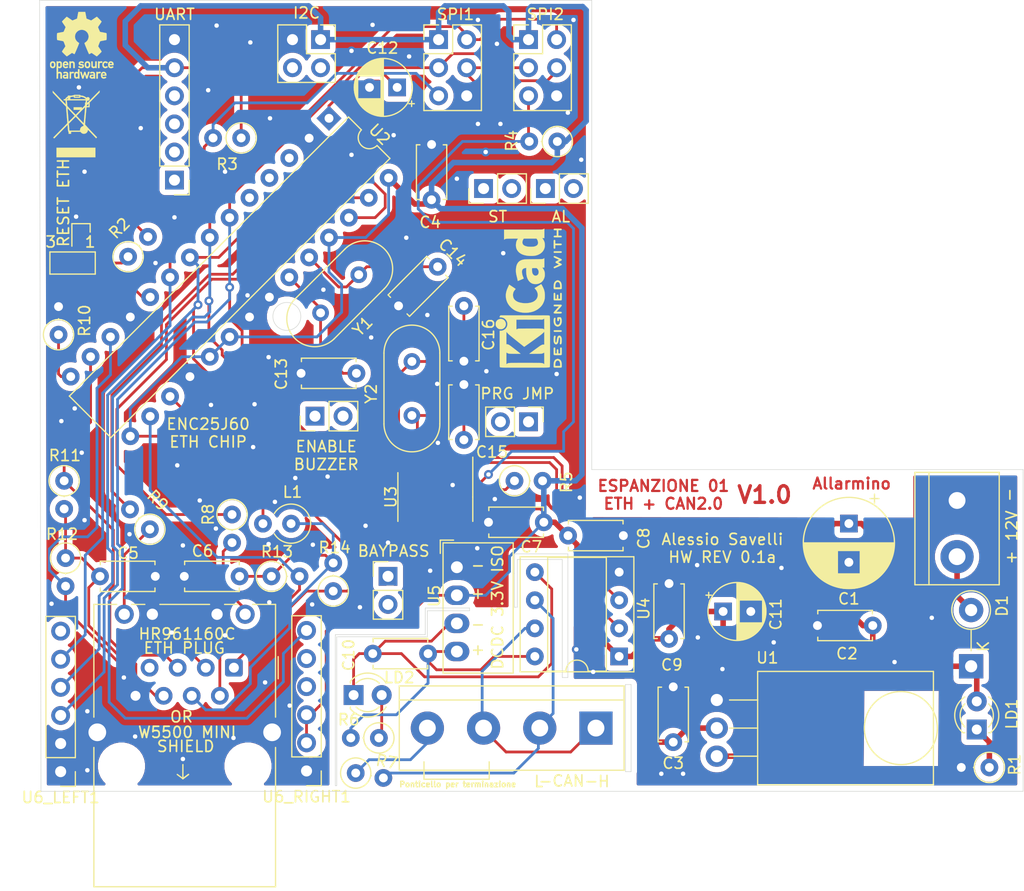
<source format=kicad_pcb>
(kicad_pcb (version 20171130) (host pcbnew "(5.1.9)-1")
  (layers (0 F.Cu signal) (31 B.Cu signal) (34 B.Paste user) (35 F.Paste user) (36 B.SilkS user) (37 F.SilkS user) (38 B.Mask user) (39 F.Mask user) (44 Edge.Cuts user))
  (net 0 "")
  (net 1 +12V)
  (net 2 +3V3)
  (net 3 "Net-(C5-Pad2)")
  (net 4 "Net-(C6-Pad1)")
  (net 5 +3.3VA)
  (net 6 GNDPWR)
  (net 7 "Net-(C12-Pad1)")
  (net 8 "Net-(C13-Pad1)")
  (net 9 "Net-(C14-Pad2)")
  (net 10 "Net-(C15-Pad1)")
  (net 11 "Net-(C16-Pad2)")
  (net 12 "Net-(CN1-Pad2)")
  (net 13 /LEDB)
  (net 14 /LEDA)
  (net 15 /TPIN-)
  (net 16 /TPIN+)
  (net 17 /TPOUT-)
  (net 18 /TPOUT+)
  (net 19 "Net-(CN3-Pad2)")
  (net 20 "Net-(CN3-Pad1)")
  (net 21 "Net-(CN3-Pad4)")
  (net 22 "Net-(CN4-Pad2)")
  (net 23 "Net-(CN4-Pad4)")
  (net 24 "Net-(CN5-Pad1)")
  (net 25 "Net-(CN5-Pad2)")
  (net 26 "Net-(CN5-Pad3)")
  (net 27 "Net-(CN5-Pad4)")
  (net 28 /MOSI)
  (net 29 /MISO)
  (net 30 /SCK)
  (net 31 /CS_ETH)
  (net 32 /CS_CAN)
  (net 33 "Net-(LD1-Pad1)")
  (net 34 "Net-(LD2-Pad2)")
  (net 35 "Net-(R5-Pad1)")
  (net 36 "Net-(R8-Pad1)")
  (net 37 "Net-(R9-Pad2)")
  (net 38 "Net-(R10-Pad1)")
  (net 39 "Net-(U2-Pad3)")
  (net 40 "Net-(U2-Pad4)")
  (net 41 "Net-(U2-Pad5)")
  (net 42 "Net-(U3-Pad1)")
  (net 43 "Net-(U3-Pad2)")
  (net 44 "Net-(U3-Pad3)")
  (net 45 "Net-(U3-Pad4)")
  (net 46 "Net-(U3-Pad5)")
  (net 47 "Net-(U3-Pad6)")
  (net 48 "Net-(U3-Pad7)")
  (net 49 "Net-(U3-Pad11)")
  (net 50 "Net-(U3-Pad12)")
  (net 51 "Net-(U3-Pad13)")
  (net 52 "Net-(U3-Pad15)")
  (net 53 "Net-(CN6-Pad2)")
  (net 54 "Net-(CN6-Pad1)")
  (net 55 "Net-(CN7-Pad1)")
  (net 56 "Net-(CN7-Pad2)")
  (net 57 "Net-(CN8-Pad2)")
  (net 58 "Net-(CN8-Pad1)")
  (net 59 "Net-(CN9-Pad1)")
  (net 60 "Net-(CN9-Pad2)")
  (net 61 GND)
  (net 62 "Net-(U6_RIGHT1-Pad4)")
  (net 63 "Net-(CN10-Pad1)")
  (net 64 "Net-(CN10-Pad2)")
  (net 65 "Net-(CN13-Pad1)")
  (net 66 "Net-(CN13-Pad2)")
  (net 67 "Net-(U6_LEFT1-Pad6)")
  (net 68 "Net-(U6_RIGHT1-Pad5)")
  (module Symbol:WEEE-Logo_4.2x6mm_SilkScreen (layer F.Cu) (at 79.502 45.72)
    (fp_text reference REF** hide)
    (fp_text value WEEE-Logo_4.2x6mm_SilkScreen hide)
  )
  (module Symbol:OSHW-Logo_5.7x6mm_SilkScreen (layer F.Cu) (at 80.01 38.608)
    (fp_text reference REF** hide)
    (fp_text value OSHW-Logo_5.7x6mm_SilkScreen hide)
  )
  (module Symbol:KiCad-Logo2_5mm_SilkScreen (layer F.Cu) (at 120.396 61.468 90)
    (fp_text reference REF** hide)
    (fp_text value KiCad-Logo2_5mm_SilkScreen hide)
  )
  (module Connector_PinHeader_2.54mm:PinHeader_1x06_P2.54mm_Vertical (layer F.Cu) (at 100.33 104.2035 180)
    (fp_text reference U6_RIGHT1 (at 0 -2.33) (layer F.SilkS))
    (fp_text value "Mini Ethernet ")
    (pad 1 thru_hole rect (at 0 0 180) (size 1.7 1.7) (drill 1) (layers *.Cu *.Mask) (net 61 GND))
    (pad 2 thru_hole oval (at 0 2.54 180) (size 1.7 1.7) (drill 1) (layers *.Cu *.Mask) (net 2 +3V3))
    (pad 3 thru_hole oval (at 0 5.08 180) (size 1.7 1.7) (drill 1) (layers *.Cu *.Mask) (net 2 +3V3))
    (pad 4 thru_hole oval (at 0 7.62 180) (size 1.7 1.7) (drill 1) (layers *.Cu *.Mask) (net 62 "Net-(U6_RIGHT1-Pad4)"))
    (pad 5 thru_hole oval (at 0 10.16 180) (size 1.7 1.7) (drill 1) (layers *.Cu *.Mask) (net 68 "Net-(U6_RIGHT1-Pad5)"))
    (pad 6 thru_hole oval (at 0 12.7 180) (size 1.7 1.7) (drill 1) (layers *.Cu *.Mask) (net 29 /MISO))
  )
  (module Inductor_THT:L_Axial_L7.0mm_D3.3mm_P2.54mm_Vertical_Fastron_MICC (layer F.Cu) (at 98.933 81.8515 180)
    (fp_text reference L1 (at -0.127 2.8575 180) (layer F.SilkS))
    (fp_text value 10uH)
    (pad 1 thru_hole circle (at 0 0 180) (size 1.6 1.6) (drill 0.8) (layers *.Cu *.Mask) (net 4 "Net-(C6-Pad1)"))
    (pad 2 thru_hole oval (at 2.54 0 180) (size 1.6 1.6) (drill 0.8) (layers *.Cu *.Mask) (net 2 +3V3))
  )
  (module Capacitor_THT:CP_Radial_D8.0mm_P3.50mm (layer F.Cu) (at 149.352 81.844 270)
    (fp_text reference C1 (at 6.802 0) (layer F.SilkS))
    (fp_text value 47uF)
    (pad 1 thru_hole rect (at 0 0 270) (size 1.6 1.6) (drill 0.8) (layers *.Cu *.Mask) (net 1 +12V))
    (pad 2 thru_hole circle (at 3.5 0 270) (size 1.6 1.6) (drill 0.8) (layers *.Cu *.Mask) (net 61 GND))
  )
  (module Capacitor_THT:C_Disc_D4.7mm_W2.5mm_P5.00mm (layer F.Cu) (at 133.477 96.6 270)
    (fp_text reference C3 (at 6.905 0 180) (layer F.SilkS))
    (fp_text value 100nF)
    (pad 2 thru_hole circle (at 5 0 270) (size 1.6 1.6) (drill 0.8) (layers *.Cu *.Mask) (net 2 +3V3))
    (pad 1 thru_hole circle (at 0 0 270) (size 1.6 1.6) (drill 0.8) (layers *.Cu *.Mask) (net 61 GND))
  )
  (module Capacitor_THT:C_Disc_D4.7mm_W2.5mm_P5.00mm (layer F.Cu) (at 111.633 52.578 90)
    (fp_text reference C4 (at -2.032 -0.127 180) (layer F.SilkS))
    (fp_text value 100nF)
    (pad 1 thru_hole circle (at 0 0 90) (size 1.6 1.6) (drill 0.8) (layers *.Cu *.Mask) (net 2 +3V3))
    (pad 2 thru_hole circle (at 5 0 90) (size 1.6 1.6) (drill 0.8) (layers *.Cu *.Mask) (net 61 GND))
  )
  (module Capacitor_THT:C_Disc_D4.7mm_W2.5mm_P5.00mm (layer F.Cu) (at 86.661 86.614 180)
    (fp_text reference C5 (at 2.46 2.0955) (layer F.SilkS))
    (fp_text value 100nF)
    (pad 1 thru_hole circle (at 0 0 180) (size 1.6 1.6) (drill 0.8) (layers *.Cu *.Mask) (net 61 GND))
    (pad 2 thru_hole circle (at 5 0 180) (size 1.6 1.6) (drill 0.8) (layers *.Cu *.Mask) (net 3 "Net-(C5-Pad2)"))
  )
  (module Capacitor_THT:C_Disc_D4.7mm_W2.5mm_P5.00mm (layer F.Cu) (at 94.281 86.614 180)
    (fp_text reference C6 (at 3.349 2.286) (layer F.SilkS))
    (fp_text value 100nF)
    (pad 2 thru_hole circle (at 5 0 180) (size 1.6 1.6) (drill 0.8) (layers *.Cu *.Mask) (net 61 GND))
    (pad 1 thru_hole circle (at 0 0 180) (size 1.6 1.6) (drill 0.8) (layers *.Cu *.Mask) (net 4 "Net-(C6-Pad1)"))
  )
  (module Capacitor_THT:C_Disc_D4.7mm_W2.5mm_P5.00mm (layer F.Cu) (at 116.7765 81.7245)
    (fp_text reference C7 (at 3.8735 2.2225) (layer F.SilkS))
    (fp_text value 100nF)
    (pad 1 thru_hole circle (at 0 0) (size 1.6 1.6) (drill 0.8) (layers *.Cu *.Mask) (net 61 GND))
    (pad 2 thru_hole circle (at 5 0) (size 1.6 1.6) (drill 0.8) (layers *.Cu *.Mask) (net 2 +3V3))
  )
  (module Capacitor_THT:C_Disc_D4.7mm_W2.5mm_P5.00mm (layer F.Cu) (at 123.9685 82.931)
    (fp_text reference C8 (at 6.8415 0.254 270) (layer F.SilkS))
    (fp_text value 100nF)
    (pad 1 thru_hole circle (at 0 0) (size 1.6 1.6) (drill 0.8) (layers *.Cu *.Mask) (net 2 +3V3))
    (pad 2 thru_hole circle (at 5 0) (size 1.6 1.6) (drill 0.8) (layers *.Cu *.Mask) (net 61 GND))
  )
  (module Capacitor_THT:C_Disc_D4.7mm_W2.5mm_P5.00mm (layer F.Cu) (at 133.096 92.2655 90)
    (fp_text reference C9 (at -2.3495 0.254 180) (layer F.SilkS))
    (fp_text value 100nF)
    (pad 2 thru_hole circle (at 5 0 90) (size 1.6 1.6) (drill 0.8) (layers *.Cu *.Mask) (net 61 GND))
    (pad 1 thru_hole circle (at 0 0 90) (size 1.6 1.6) (drill 0.8) (layers *.Cu *.Mask) (net 2 +3V3))
  )
  (module Capacitor_THT:C_Disc_D4.7mm_W2.5mm_P5.00mm (layer F.Cu) (at 106.3155 93.599)
    (fp_text reference C10 (at -2.1755 0.127 90) (layer F.SilkS))
    (fp_text value 100nF)
    (pad 2 thru_hole circle (at 5 0) (size 1.6 1.6) (drill 0.8) (layers *.Cu *.Mask) (net 5 +3.3VA))
    (pad 1 thru_hole circle (at 0 0) (size 1.6 1.6) (drill 0.8) (layers *.Cu *.Mask) (net 6 GNDPWR))
  )
  (module Capacitor_THT:CP_Radial_D5.0mm_P2.50mm (layer F.Cu) (at 137.9855 89.789)
    (fp_text reference C11 (at 4.7625 0.254 90) (layer F.SilkS))
    (fp_text value 10uF)
    (pad 1 thru_hole rect (at 0 0) (size 1.6 1.6) (drill 0.8) (layers *.Cu *.Mask) (net 2 +3V3))
    (pad 2 thru_hole circle (at 2.5 0) (size 1.6 1.6) (drill 0.8) (layers *.Cu *.Mask) (net 61 GND))
  )
  (module Capacitor_THT:CP_Radial_D5.0mm_P2.50mm (layer F.Cu) (at 108.5215 42.418 180)
    (fp_text reference C12 (at 1.3335 3.556) (layer F.SilkS))
    (fp_text value 10uF)
    (pad 2 thru_hole circle (at 2.5 0 180) (size 1.6 1.6) (drill 0.8) (layers *.Cu *.Mask) (net 61 GND))
    (pad 1 thru_hole rect (at 0 0 180) (size 1.6 1.6) (drill 0.8) (layers *.Cu *.Mask) (net 7 "Net-(C12-Pad1)"))
  )
  (module Capacitor_THT:C_Disc_D4.7mm_W2.5mm_P5.00mm (layer F.Cu) (at 104.8385 68.2625 180)
    (fp_text reference C13 (at 6.7945 -0.0635 90) (layer F.SilkS))
    (fp_text value 18pF)
    (pad 2 thru_hole circle (at 5 0 180) (size 1.6 1.6) (drill 0.8) (layers *.Cu *.Mask) (net 61 GND))
    (pad 1 thru_hole circle (at 0 0 180) (size 1.6 1.6) (drill 0.8) (layers *.Cu *.Mask) (net 8 "Net-(C13-Pad1)"))
  )
  (module Capacitor_THT:C_Disc_D4.7mm_W2.5mm_P5.00mm (layer F.Cu) (at 108.6485 62.1665 45)
    (fp_text reference C14 (at 6.869896 0.044901 135) (layer F.SilkS))
    (fp_text value 18pF)
    (pad 1 thru_hole circle (at 0 0 45) (size 1.6 1.6) (drill 0.8) (layers *.Cu *.Mask) (net 61 GND))
    (pad 2 thru_hole circle (at 5 0 45) (size 1.6 1.6) (drill 0.8) (layers *.Cu *.Mask) (net 9 "Net-(C14-Pad2)"))
  )
  (module Capacitor_THT:C_Disc_D4.7mm_W2.5mm_P5.00mm (layer F.Cu) (at 114.554 74.2785 90)
    (fp_text reference C15 (at -1.096 2.54) (layer F.SilkS))
    (fp_text value 22pF)
    (pad 2 thru_hole circle (at 5 0 90) (size 1.6 1.6) (drill 0.8) (layers *.Cu *.Mask) (net 61 GND))
    (pad 1 thru_hole circle (at 0 0 90) (size 1.6 1.6) (drill 0.8) (layers *.Cu *.Mask) (net 10 "Net-(C15-Pad1)"))
  )
  (module Capacitor_THT:C_Disc_D4.7mm_W2.5mm_P5.00mm (layer F.Cu) (at 114.554 67.1665 90)
    (fp_text reference C16 (at 2.3965 2.2225 90) (layer F.SilkS))
    (fp_text value 22pF)
    (pad 1 thru_hole circle (at 0 0 90) (size 1.6 1.6) (drill 0.8) (layers *.Cu *.Mask) (net 61 GND))
    (pad 2 thru_hole circle (at 5 0 90) (size 1.6 1.6) (drill 0.8) (layers *.Cu *.Mask) (net 11 "Net-(C16-Pad2)"))
  )
  (module TerminalBlock:TerminalBlock_bornier-2_P5.08mm (layer F.Cu) (at 159.131 79.756 270)
    (fp_text reference CN1 hide)
    (fp_text value 12V)
    (pad 1 thru_hole rect (at 0 0 270) (size 3 3) (drill 1.52) (layers *.Cu *.Mask) (net 61 GND))
    (pad 2 thru_hole circle (at 5.08 0 270) (size 3 3) (drill 1.52) (layers *.Cu *.Mask) (net 12 "Net-(CN1-Pad2)"))
  )
  (module Connector_RJ:RJ45_Wuerth_7499010121A_Horizontal (layer F.Cu) (at 93.7635 94.871 270)
    (fp_text reference CN2 hide)
    (fp_text value HR911105A)
    (pad 12 thru_hole circle (at -4.83 9.91) (size 1.72 1.72) (drill 1.02) (layers *.Cu *.Mask) (net 13 /LEDB))
    (pad 9 thru_hole circle (at -4.83 -1.02) (size 1.72 1.72) (drill 1.02) (layers *.Cu *.Mask) (net 14 /LEDA))
    (pad 11 thru_hole circle (at -4.83 7.37) (size 1.72 1.72) (drill 1.02) (layers *.Cu *.Mask) (net 61 GND))
    (pad 10 thru_hole circle (at -4.83 1.52) (size 1.72 1.72) (drill 1.02) (layers *.Cu *.Mask) (net 61 GND))
    (pad SH thru_hole circle (at 5.84 12.345) (size 2.2 2.2) (drill 1.6) (layers *.Cu *.Mask) (net 61 GND))
    (pad SH thru_hole circle (at 5.84 -3.455) (size 2.2 2.2) (drill 1.6) (layers *.Cu *.Mask) (net 61 GND))
    (pad "" np_thru_hole circle (at 8.89 10.16) (size 3.25 3.25) (drill 3.25) (layers *.Cu *.Mask))
    (pad "" np_thru_hole circle (at 8.89 -1.27) (size 3.25 3.25) (drill 3.25) (layers *.Cu *.Mask))
    (pad 8 thru_hole circle (at 2.54 8.89) (size 1.6 1.6) (drill 0.9) (layers *.Cu *.Mask) (net 61 GND))
    (pad 7 thru_hole circle (at 0 7.62) (size 1.6 1.6) (drill 0.9) (layers *.Cu *.Mask))
    (pad 6 thru_hole circle (at 2.54 6.35) (size 1.6 1.6) (drill 0.9) (layers *.Cu *.Mask) (net 15 /TPIN-))
    (pad 5 thru_hole circle (at 0 5.08) (size 1.6 1.6) (drill 0.9) (layers *.Cu *.Mask) (net 3 "Net-(C5-Pad2)"))
    (pad 4 thru_hole circle (at 2.54 3.81) (size 1.6 1.6) (drill 0.9) (layers *.Cu *.Mask) (net 4 "Net-(C6-Pad1)"))
    (pad 3 thru_hole circle (at 0 2.54) (size 1.6 1.6) (drill 0.9) (layers *.Cu *.Mask) (net 16 /TPIN+))
    (pad 2 thru_hole circle (at 2.54 1.27) (size 1.6 1.6) (drill 0.9) (layers *.Cu *.Mask) (net 17 /TPOUT-))
    (pad 1 thru_hole roundrect (at 0 0) (size 1.6 1.6) (drill 0.9) (layers *.Cu *.Mask) (roundrect_rratio 0.155) (net 18 /TPOUT+))
  )
  (module TerminalBlock:TerminalBlock_bornier-4_P5.08mm (layer F.Cu) (at 126.492 100.33 180)
    (fp_text reference CN3 hide)
    (fp_text value CAN_OUT)
    (pad 2 thru_hole circle (at 5.08 0 180) (size 3 3) (drill 1.52) (layers *.Cu *.Mask) (net 19 "Net-(CN3-Pad2)"))
    (pad 3 thru_hole circle (at 10.16 0 180) (size 3 3) (drill 1.52) (layers *.Cu *.Mask) (net 20 "Net-(CN3-Pad1)"))
    (pad 1 thru_hole rect (at 0 0 180) (size 3 3) (drill 1.52) (layers *.Cu *.Mask) (net 20 "Net-(CN3-Pad1)"))
    (pad 4 thru_hole circle (at 15.24 0 180) (size 3 3) (drill 1.52) (layers *.Cu *.Mask) (net 21 "Net-(CN3-Pad4)"))
  )
  (module Connector_PinHeader_2.54mm:PinHeader_2x02_P2.54mm_Vertical (layer F.Cu) (at 101.6 38.1 270)
    (fp_text reference CN4 hide)
    (fp_text value I2C)
    (pad 4 thru_hole oval (at 2.54 2.54 270) (size 1.7 1.7) (drill 1) (layers *.Cu *.Mask) (net 23 "Net-(CN4-Pad4)"))
    (pad 3 thru_hole oval (at 0 2.54 270) (size 1.7 1.7) (drill 1) (layers *.Cu *.Mask) (net 61 GND))
    (pad 2 thru_hole oval (at 2.54 0 270) (size 1.7 1.7) (drill 1) (layers *.Cu *.Mask) (net 22 "Net-(CN4-Pad2)"))
    (pad 1 thru_hole rect (at 0 0 270) (size 1.7 1.7) (drill 1) (layers *.Cu *.Mask) (net 2 +3V3))
  )
  (module Connector_PinHeader_2.54mm:PinHeader_1x06_P2.54mm_Vertical (layer F.Cu) (at 88.392 50.8 180)
    (fp_text reference CN5 hide)
    (fp_text value UART)
    (pad 1 thru_hole rect (at 0 0 180) (size 1.7 1.7) (drill 1) (layers *.Cu *.Mask) (net 24 "Net-(CN5-Pad1)"))
    (pad 2 thru_hole oval (at 0 2.54 180) (size 1.7 1.7) (drill 1) (layers *.Cu *.Mask) (net 25 "Net-(CN5-Pad2)"))
    (pad 3 thru_hole oval (at 0 5.08 180) (size 1.7 1.7) (drill 1) (layers *.Cu *.Mask) (net 26 "Net-(CN5-Pad3)"))
    (pad 4 thru_hole oval (at 0 7.62 180) (size 1.7 1.7) (drill 1) (layers *.Cu *.Mask) (net 27 "Net-(CN5-Pad4)"))
    (pad 5 thru_hole oval (at 0 10.16 180) (size 1.7 1.7) (drill 1) (layers *.Cu *.Mask) (net 2 +3V3))
    (pad 6 thru_hole oval (at 0 12.7 180) (size 1.7 1.7) (drill 1) (layers *.Cu *.Mask) (net 61 GND))
  )
  (module Connector_PinHeader_2.54mm:PinHeader_2x03_P2.54mm_Vertical (layer F.Cu) (at 112.268 38.1)
    (fp_text reference CN11 hide)
    (fp_text value SPI_1)
    (pad 1 thru_hole rect (at 0 0) (size 1.7 1.7) (drill 1) (layers *.Cu *.Mask) (net 2 +3V3))
    (pad 2 thru_hole oval (at 2.54 0) (size 1.7 1.7) (drill 1) (layers *.Cu *.Mask) (net 28 /MOSI))
    (pad 3 thru_hole oval (at 0 2.54) (size 1.7 1.7) (drill 1) (layers *.Cu *.Mask) (net 29 /MISO))
    (pad 4 thru_hole oval (at 2.54 2.54) (size 1.7 1.7) (drill 1) (layers *.Cu *.Mask) (net 30 /SCK))
    (pad 5 thru_hole oval (at 0 5.08) (size 1.7 1.7) (drill 1) (layers *.Cu *.Mask) (net 31 /CS_ETH))
    (pad 6 thru_hole oval (at 2.54 5.08) (size 1.7 1.7) (drill 1) (layers *.Cu *.Mask) (net 61 GND))
  )
  (module Connector_PinHeader_2.54mm:PinHeader_2x03_P2.54mm_Vertical (layer F.Cu) (at 120.396 38.1)
    (fp_text reference CN12 hide)
    (fp_text value SPI_2)
    (pad 6 thru_hole oval (at 2.54 5.08) (size 1.7 1.7) (drill 1) (layers *.Cu *.Mask) (net 61 GND))
    (pad 5 thru_hole oval (at 0 5.08) (size 1.7 1.7) (drill 1) (layers *.Cu *.Mask) (net 32 /CS_CAN))
    (pad 4 thru_hole oval (at 2.54 2.54) (size 1.7 1.7) (drill 1) (layers *.Cu *.Mask) (net 30 /SCK))
    (pad 3 thru_hole oval (at 0 2.54) (size 1.7 1.7) (drill 1) (layers *.Cu *.Mask) (net 29 /MISO))
    (pad 2 thru_hole oval (at 2.54 0) (size 1.7 1.7) (drill 1) (layers *.Cu *.Mask) (net 28 /MOSI))
    (pad 1 thru_hole rect (at 0 0) (size 1.7 1.7) (drill 1) (layers *.Cu *.Mask) (net 2 +3V3))
  )
  (module LED_THT:LED_D3.0mm (layer F.Cu) (at 160.909 100.457 90)
    (fp_text reference LD1 (at 1.397 3.175 90) (layer F.SilkS))
    (fp_text value GREEN)
    (pad 2 thru_hole circle (at 2.54 0 90) (size 1.8 1.8) (drill 0.9) (layers *.Cu *.Mask) (net 1 +12V))
    (pad 1 thru_hole rect (at 0 0 90) (size 1.8 1.8) (drill 0.9) (layers *.Cu *.Mask) (net 33 "Net-(LD1-Pad1)"))
  )
  (module LED_THT:LED_D3.0mm (layer F.Cu) (at 104.5845 97.3455)
    (fp_text reference LD2 (at 4.1275 -1.5875 180) (layer F.SilkS))
    (fp_text value GREEN)
    (pad 1 thru_hole rect (at 0 0) (size 1.8 1.8) (drill 0.9) (layers *.Cu *.Mask) (net 6 GNDPWR))
    (pad 2 thru_hole circle (at 2.54 0) (size 1.8 1.8) (drill 0.9) (layers *.Cu *.Mask) (net 34 "Net-(LD2-Pad2)"))
  )
  (module Resistor_THT:R_Axial_DIN0207_L6.3mm_D2.5mm_P2.54mm_Vertical (layer F.Cu) (at 162.052 103.886 180)
    (fp_text reference R1 (at -2.286 0.254 90) (layer F.SilkS))
    (fp_text value 1.2K)
    (pad 1 thru_hole circle (at 0 0 180) (size 1.6 1.6) (drill 0.8) (layers *.Cu *.Mask) (net 33 "Net-(LD1-Pad1)"))
    (pad 2 thru_hole oval (at 2.54 0 180) (size 1.6 1.6) (drill 0.8) (layers *.Cu *.Mask) (net 61 GND))
  )
  (module Resistor_THT:R_Axial_DIN0207_L6.3mm_D2.5mm_P2.54mm_Vertical (layer F.Cu) (at 84.201 57.7215 45)
    (fp_text reference R2 (at 1.27 -2.37 45) (layer F.SilkS))
    (fp_text value 100K)
    (pad 1 thru_hole circle (at 0 0 45) (size 1.6 1.6) (drill 0.8) (layers *.Cu *.Mask) (net 65 "Net-(CN13-Pad1)"))
    (pad 2 thru_hole oval (at 2.54 0 45) (size 1.6 1.6) (drill 0.8) (layers *.Cu *.Mask) (net 2 +3V3))
  )
  (module Resistor_THT:R_Axial_DIN0207_L6.3mm_D2.5mm_P2.54mm_Vertical (layer F.Cu) (at 94.4245 46.99 180)
    (fp_text reference R3 (at 1.27 -2.37) (layer F.SilkS))
    (fp_text value 100K)
    (pad 1 thru_hole circle (at 0 0 180) (size 1.6 1.6) (drill 0.8) (layers *.Cu *.Mask) (net 2 +3V3))
    (pad 2 thru_hole oval (at 2.54 0 180) (size 1.6 1.6) (drill 0.8) (layers *.Cu *.Mask) (net 31 /CS_ETH))
  )
  (module Resistor_THT:R_Axial_DIN0207_L6.3mm_D2.5mm_P2.54mm_Vertical (layer F.Cu) (at 122.9995 47.3075 180)
    (fp_text reference R4 (at 4.1275 0.0635 270) (layer F.SilkS))
    (fp_text value 100K)
    (pad 2 thru_hole oval (at 2.54 0 180) (size 1.6 1.6) (drill 0.8) (layers *.Cu *.Mask) (net 32 /CS_CAN))
    (pad 1 thru_hole circle (at 0 0 180) (size 1.6 1.6) (drill 0.8) (layers *.Cu *.Mask) (net 2 +3V3))
  )
  (module Resistor_THT:R_Axial_DIN0207_L6.3mm_D2.5mm_P2.54mm_Vertical (layer F.Cu) (at 119.126 77.978)
    (fp_text reference R5 (at 4.699 0.127 90) (layer F.SilkS))
    (fp_text value 100K)
    (pad 2 thru_hole oval (at 2.54 0) (size 1.6 1.6) (drill 0.8) (layers *.Cu *.Mask) (net 2 +3V3))
    (pad 1 thru_hole circle (at 0 0) (size 1.6 1.6) (drill 0.8) (layers *.Cu *.Mask) (net 35 "Net-(R5-Pad1)"))
  )
  (module Resistor_THT:R_Axial_DIN0207_L6.3mm_D2.5mm_P2.54mm_Vertical (layer F.Cu) (at 106.8705 101.219 180)
    (fp_text reference R6 (at 2.7305 1.651) (layer F.SilkS))
    (fp_text value 180)
    (pad 1 thru_hole circle (at 0 0 180) (size 1.6 1.6) (drill 0.8) (layers *.Cu *.Mask) (net 34 "Net-(LD2-Pad2)"))
    (pad 2 thru_hole oval (at 2.54 0 180) (size 1.6 1.6) (drill 0.8) (layers *.Cu *.Mask) (net 5 +3.3VA))
  )
  (module Resistor_THT:R_Axial_DIN0207_L6.3mm_D2.5mm_P2.54mm_Vertical (layer F.Cu) (at 104.775 104.394 350)
    (fp_text reference R7 (at 2.5839 -1.487285 170) (layer F.SilkS))
    (fp_text value 120)
    (pad 2 thru_hole oval (at 2.54 0 350) (size 1.6 1.6) (drill 0.8) (layers *.Cu *.Mask) (net 19 "Net-(CN3-Pad2)"))
    (pad 1 thru_hole circle (at 0 0 350) (size 1.6 1.6) (drill 0.8) (layers *.Cu *.Mask) (net 21 "Net-(CN3-Pad4)"))
  )
  (module Resistor_THT:R_Axial_DIN0207_L6.3mm_D2.5mm_P2.54mm_Vertical (layer F.Cu) (at 93.599 81.026 270)
    (fp_text reference R8 (at 0 2.159 90) (layer F.SilkS))
    (fp_text value 1K)
    (pad 1 thru_hole circle (at 0 0 270) (size 1.6 1.6) (drill 0.8) (layers *.Cu *.Mask) (net 36 "Net-(R8-Pad1)"))
    (pad 2 thru_hole oval (at 2.54 0 270) (size 1.6 1.6) (drill 0.8) (layers *.Cu *.Mask) (net 14 /LEDA))
  )
  (module Resistor_THT:R_Axial_DIN0207_L6.3mm_D2.5mm_P2.54mm_Vertical (layer F.Cu) (at 86.1695 82.3595 135)
    (fp_text reference R9 (at 1.347038 2.334867 135) (layer F.SilkS))
    (fp_text value 1K)
    (pad 2 thru_hole oval (at 2.54 0 135) (size 1.6 1.6) (drill 0.8) (layers *.Cu *.Mask) (net 37 "Net-(R9-Pad2)"))
    (pad 1 thru_hole circle (at 0 0 135) (size 1.6 1.6) (drill 0.8) (layers *.Cu *.Mask) (net 13 /LEDB))
  )
  (module Resistor_THT:R_Axial_DIN0207_L6.3mm_D2.5mm_P2.54mm_Vertical (layer F.Cu) (at 77.9145 64.77 90)
    (fp_text reference R10 (at 1.27 2.3495 90) (layer F.SilkS))
    (fp_text value 2.32K)
    (pad 2 thru_hole oval (at 2.54 0 90) (size 1.6 1.6) (drill 0.8) (layers *.Cu *.Mask) (net 61 GND))
    (pad 1 thru_hole circle (at 0 0 90) (size 1.6 1.6) (drill 0.8) (layers *.Cu *.Mask) (net 38 "Net-(R10-Pad1)"))
  )
  (module Resistor_THT:R_Axial_DIN0207_L6.3mm_D2.5mm_P2.54mm_Vertical (layer F.Cu) (at 78.4225 77.978 270)
    (fp_text reference R11 (at -2.286 -0.0635) (layer F.SilkS))
    (fp_text value 50)
    (pad 1 thru_hole circle (at 0 0 270) (size 1.6 1.6) (drill 0.8) (layers *.Cu *.Mask) (net 16 /TPIN+))
    (pad 2 thru_hole oval (at 2.54 0 270) (size 1.6 1.6) (drill 0.8) (layers *.Cu *.Mask) (net 3 "Net-(C5-Pad2)"))
  )
  (module Resistor_THT:R_Axial_DIN0207_L6.3mm_D2.5mm_P2.54mm_Vertical (layer F.Cu) (at 78.5495 84.963 270)
    (fp_text reference R12 (at -2.159 0.3175 180) (layer F.SilkS))
    (fp_text value 50)
    (pad 2 thru_hole oval (at 2.54 0 270) (size 1.6 1.6) (drill 0.8) (layers *.Cu *.Mask) (net 15 /TPIN-))
    (pad 1 thru_hole circle (at 0 0 270) (size 1.6 1.6) (drill 0.8) (layers *.Cu *.Mask) (net 3 "Net-(C5-Pad2)"))
  )
  (module Resistor_THT:R_Axial_DIN0207_L6.3mm_D2.5mm_P2.54mm_Vertical (layer F.Cu) (at 97.155 86.614)
    (fp_text reference R13 (at 0.508 -2.2225) (layer F.SilkS))
    (fp_text value 50)
    (pad 1 thru_hole circle (at 0 0) (size 1.6 1.6) (drill 0.8) (layers *.Cu *.Mask) (net 4 "Net-(C6-Pad1)"))
    (pad 2 thru_hole oval (at 2.54 0) (size 1.6 1.6) (drill 0.8) (layers *.Cu *.Mask) (net 17 /TPOUT-))
  )
  (module Resistor_THT:R_Axial_DIN0207_L6.3mm_D2.5mm_P2.54mm_Vertical (layer F.Cu) (at 102.743 87.9475 90)
    (fp_text reference R14 (at 3.937 0.127 180) (layer F.SilkS))
    (fp_text value 50)
    (pad 2 thru_hole oval (at 2.54 0 90) (size 1.6 1.6) (drill 0.8) (layers *.Cu *.Mask) (net 4 "Net-(C6-Pad1)"))
    (pad 1 thru_hole circle (at 0 0 90) (size 1.6 1.6) (drill 0.8) (layers *.Cu *.Mask) (net 18 /TPOUT+))
  )
  (module Package_DIP:DIP-28_W7.62mm (layer F.Cu) (at 102.362 45.212 315)
    (fp_text reference U2 (at 4.265622 -2.200163 315) (layer F.SilkS))
    (fp_text value ENC28J60x-SP)
    (pad 1 thru_hole rect (at 0 0 315) (size 1.6 1.6) (drill 0.8) (layers *.Cu *.Mask) (net 7 "Net-(C12-Pad1)"))
    (pad 15 thru_hole oval (at 7.62 33.02 315) (size 1.6 1.6) (drill 0.8) (layers *.Cu *.Mask) (net 2 +3V3))
    (pad 2 thru_hole oval (at 0 2.54 315) (size 1.6 1.6) (drill 0.8) (layers *.Cu *.Mask) (net 61 GND))
    (pad 16 thru_hole oval (at 7.62 30.48 315) (size 1.6 1.6) (drill 0.8) (layers *.Cu *.Mask) (net 17 /TPOUT-))
    (pad 3 thru_hole oval (at 0 5.08 315) (size 1.6 1.6) (drill 0.8) (layers *.Cu *.Mask) (net 39 "Net-(U2-Pad3)"))
    (pad 17 thru_hole oval (at 7.62 27.94 315) (size 1.6 1.6) (drill 0.8) (layers *.Cu *.Mask) (net 18 /TPOUT+))
    (pad 4 thru_hole oval (at 0 7.62 315) (size 1.6 1.6) (drill 0.8) (layers *.Cu *.Mask) (net 40 "Net-(U2-Pad4)"))
    (pad 18 thru_hole oval (at 7.62 25.4 315) (size 1.6 1.6) (drill 0.8) (layers *.Cu *.Mask) (net 61 GND))
    (pad 5 thru_hole oval (at 0 10.16 315) (size 1.6 1.6) (drill 0.8) (layers *.Cu *.Mask) (net 41 "Net-(U2-Pad5)"))
    (pad 19 thru_hole oval (at 7.62 22.86 315) (size 1.6 1.6) (drill 0.8) (layers *.Cu *.Mask) (net 2 +3V3))
    (pad 6 thru_hole oval (at 0 12.7 315) (size 1.6 1.6) (drill 0.8) (layers *.Cu *.Mask) (net 29 /MISO))
    (pad 20 thru_hole oval (at 7.62 20.32 315) (size 1.6 1.6) (drill 0.8) (layers *.Cu *.Mask) (net 2 +3V3))
    (pad 7 thru_hole oval (at 0 15.24 315) (size 1.6 1.6) (drill 0.8) (layers *.Cu *.Mask) (net 28 /MOSI))
    (pad 21 thru_hole oval (at 7.62 17.78 315) (size 1.6 1.6) (drill 0.8) (layers *.Cu *.Mask) (net 61 GND))
    (pad 8 thru_hole oval (at 0 17.78 315) (size 1.6 1.6) (drill 0.8) (layers *.Cu *.Mask) (net 30 /SCK))
    (pad 22 thru_hole oval (at 7.62 15.24 315) (size 1.6 1.6) (drill 0.8) (layers *.Cu *.Mask) (net 61 GND))
    (pad 9 thru_hole oval (at 0 20.32 315) (size 1.6 1.6) (drill 0.8) (layers *.Cu *.Mask) (net 31 /CS_ETH))
    (pad 23 thru_hole oval (at 7.62 12.7 315) (size 1.6 1.6) (drill 0.8) (layers *.Cu *.Mask) (net 8 "Net-(C13-Pad1)"))
    (pad 10 thru_hole oval (at 0 22.86 315) (size 1.6 1.6) (drill 0.8) (layers *.Cu *.Mask) (net 66 "Net-(CN13-Pad2)"))
    (pad 24 thru_hole oval (at 7.62 10.16 315) (size 1.6 1.6) (drill 0.8) (layers *.Cu *.Mask) (net 9 "Net-(C14-Pad2)"))
    (pad 11 thru_hole oval (at 0 25.4 315) (size 1.6 1.6) (drill 0.8) (layers *.Cu *.Mask) (net 61 GND))
    (pad 25 thru_hole oval (at 7.62 7.62 315) (size 1.6 1.6) (drill 0.8) (layers *.Cu *.Mask) (net 2 +3V3))
    (pad 12 thru_hole oval (at 0 27.94 315) (size 1.6 1.6) (drill 0.8) (layers *.Cu *.Mask) (net 15 /TPIN-))
    (pad 26 thru_hole oval (at 7.62 5.08 315) (size 1.6 1.6) (drill 0.8) (layers *.Cu *.Mask) (net 37 "Net-(R9-Pad2)"))
    (pad 13 thru_hole oval (at 0 30.48 315) (size 1.6 1.6) (drill 0.8) (layers *.Cu *.Mask) (net 16 /TPIN+))
    (pad 27 thru_hole oval (at 7.62 2.54 315) (size 1.6 1.6) (drill 0.8) (layers *.Cu *.Mask) (net 36 "Net-(R8-Pad1)"))
    (pad 14 thru_hole oval (at 0 33.02 315) (size 1.6 1.6) (drill 0.8) (layers *.Cu *.Mask) (net 38 "Net-(R10-Pad1)"))
    (pad 28 thru_hole oval (at 7.62 0 315) (size 1.6 1.6) (drill 0.8) (layers *.Cu *.Mask) (net 2 +3V3))
  )
  (module Package_SO:TSSOP-20_4.4x6.5mm_P0.65mm (layer F.Cu) (at 111.973 79.4435 270)
    (fp_text reference U3 (at 0 4.023 90) (layer F.SilkS))
    (fp_text value MCP2515-xST)
    (pad 1 smd roundrect (at -2.8625 -2.925 270) (size 1.475 0.4) (layers F.Cu F.Paste F.Mask) (net 42 "Net-(U3-Pad1)"))
    (pad 2 smd roundrect (at -2.8625 -2.275 270) (size 1.475 0.4) (layers F.Cu F.Paste F.Mask) (net 43 "Net-(U3-Pad2)"))
    (pad 3 smd roundrect (at -2.8625 -1.625 270) (size 1.475 0.4) (layers F.Cu F.Paste F.Mask) (net 44 "Net-(U3-Pad3)"))
    (pad 4 smd roundrect (at -2.8625 -0.975 270) (size 1.475 0.4) (layers F.Cu F.Paste F.Mask) (net 45 "Net-(U3-Pad4)"))
    (pad 5 smd roundrect (at -2.8625 -0.325 270) (size 1.475 0.4) (layers F.Cu F.Paste F.Mask) (net 46 "Net-(U3-Pad5)"))
    (pad 6 smd roundrect (at -2.8625 0.325 270) (size 1.475 0.4) (layers F.Cu F.Paste F.Mask) (net 47 "Net-(U3-Pad6)"))
    (pad 7 smd roundrect (at -2.8625 0.975 270) (size 1.475 0.4) (layers F.Cu F.Paste F.Mask) (net 48 "Net-(U3-Pad7)"))
    (pad 8 smd roundrect (at -2.8625 1.625 270) (size 1.475 0.4) (layers F.Cu F.Paste F.Mask) (net 10 "Net-(C15-Pad1)"))
    (pad 9 smd roundrect (at -2.8625 2.275 270) (size 1.475 0.4) (layers F.Cu F.Paste F.Mask) (net 11 "Net-(C16-Pad2)"))
    (pad 10 smd roundrect (at -2.8625 2.925 270) (size 1.475 0.4) (layers F.Cu F.Paste F.Mask) (net 61 GND))
    (pad 11 smd roundrect (at 2.8625 2.925 270) (size 1.475 0.4) (layers F.Cu F.Paste F.Mask) (net 49 "Net-(U3-Pad11)"))
    (pad 12 smd roundrect (at 2.8625 2.275 270) (size 1.475 0.4) (layers F.Cu F.Paste F.Mask) (net 50 "Net-(U3-Pad12)"))
    (pad 13 smd roundrect (at 2.8625 1.625 270) (size 1.475 0.4) (layers F.Cu F.Paste F.Mask) (net 51 "Net-(U3-Pad13)"))
    (pad 14 smd roundrect (at 2.8625 0.975 270) (size 1.475 0.4) (layers F.Cu F.Paste F.Mask) (net 30 /SCK))
    (pad 15 smd roundrect (at 2.8625 0.325 270) (size 1.475 0.4) (layers F.Cu F.Paste F.Mask) (net 52 "Net-(U3-Pad15)"))
    (pad 16 smd roundrect (at 2.8625 -0.325 270) (size 1.475 0.4) (layers F.Cu F.Paste F.Mask) (net 28 /MOSI))
    (pad 17 smd roundrect (at 2.8625 -0.975 270) (size 1.475 0.4) (layers F.Cu F.Paste F.Mask) (net 29 /MISO))
    (pad 18 smd roundrect (at 2.8625 -1.625 270) (size 1.475 0.4) (layers F.Cu F.Paste F.Mask) (net 32 /CS_CAN))
    (pad 19 smd roundrect (at 2.8625 -2.275 270) (size 1.475 0.4) (layers F.Cu F.Paste F.Mask) (net 35 "Net-(R5-Pad1)"))
    (pad 20 smd roundrect (at 2.8625 -2.925 270) (size 1.475 0.4) (layers F.Cu F.Paste F.Mask) (net 2 +3V3))
  )
  (module Converter_DCDC:Converter_DCDC_Murata_MEE1SxxxxSC_THT (layer F.Cu) (at 113.919 85.7885)
    (fp_text reference U5 (at -2.032 2.6035 270) (layer F.SilkS))
    (fp_text value ROE-3.305S)
    (pad 4 thru_hole oval (at 0 7.62 270) (size 1.75 2.25) (drill 1.075) (layers *.Cu *.Mask) (net 5 +3.3VA))
    (pad 3 thru_hole oval (at 0 5.08 270) (size 1.75 2.25) (drill 1.075) (layers *.Cu *.Mask) (net 6 GNDPWR))
    (pad 2 thru_hole oval (at 0 2.54 270) (size 1.75 2.25) (drill 1.075) (layers *.Cu *.Mask) (net 2 +3V3))
    (pad 1 thru_hole rect (at 0 0 270) (size 1.75 2.25) (drill 1.075) (layers *.Cu *.Mask) (net 61 GND))
  )
  (module Crystal:Crystal_HC49-4H_Vertical (layer F.Cu) (at 101.6 62.8015 45)
    (fp_text reference Y1 (at 1.840953 3.547201 225) (layer F.SilkS))
    (fp_text value 25MHz)
    (pad 1 thru_hole circle (at 0 0 45) (size 1.5 1.5) (drill 0.8) (layers *.Cu *.Mask) (net 8 "Net-(C13-Pad1)"))
    (pad 2 thru_hole circle (at 4.88 0 45) (size 1.5 1.5) (drill 0.8) (layers *.Cu *.Mask) (net 9 "Net-(C14-Pad2)"))
  )
  (module Crystal:Crystal_HC49-4H_Vertical (layer F.Cu) (at 109.855 67.1925 270)
    (fp_text reference Y2 (at 2.9115 3.683 270) (layer F.SilkS))
    (fp_text value 8MHz)
    (pad 2 thru_hole circle (at 4.88 0 270) (size 1.5 1.5) (drill 0.8) (layers *.Cu *.Mask) (net 10 "Net-(C15-Pad1)"))
    (pad 1 thru_hole circle (at 0 0 270) (size 1.5 1.5) (drill 0.8) (layers *.Cu *.Mask) (net 11 "Net-(C16-Pad2)"))
  )
  (module Capacitor_THT:C_Disc_D4.7mm_W2.5mm_P5.00mm (layer F.Cu) (at 151.511 91.059 180)
    (fp_text reference C2 (at 2.333 -2.54) (layer F.SilkS))
    (fp_text value 100nF)
    (pad 1 thru_hole circle (at 0 0 180) (size 1.6 1.6) (drill 0.8) (layers *.Cu *.Mask) (net 1 +12V))
    (pad 2 thru_hole circle (at 5 0 180) (size 1.6 1.6) (drill 0.8) (layers *.Cu *.Mask) (net 61 GND))
  )
  (module Connector_PinHeader_2.54mm:PinHeader_1x02_P2.54mm_Vertical (layer F.Cu) (at 116.332 51.562 90)
    (fp_text reference CN6 hide)
    (fp_text value "LED ST")
    (pad 2 thru_hole oval (at 0 2.54 90) (size 1.7 1.7) (drill 1) (layers *.Cu *.Mask) (net 53 "Net-(CN6-Pad2)"))
    (pad 1 thru_hole rect (at 0 0 90) (size 1.7 1.7) (drill 1) (layers *.Cu *.Mask) (net 54 "Net-(CN6-Pad1)"))
  )
  (module Connector_PinHeader_2.54mm:PinHeader_1x02_P2.54mm_Vertical (layer F.Cu) (at 121.92 51.562 90)
    (fp_text reference CN7 hide)
    (fp_text value "LED AL")
    (pad 1 thru_hole rect (at 0 0 90) (size 1.7 1.7) (drill 1) (layers *.Cu *.Mask) (net 55 "Net-(CN7-Pad1)"))
    (pad 2 thru_hole oval (at 0 2.54 90) (size 1.7 1.7) (drill 1) (layers *.Cu *.Mask) (net 56 "Net-(CN7-Pad2)"))
  )
  (module Connector_PinHeader_2.54mm:PinHeader_1x02_P2.54mm_Vertical (layer F.Cu) (at 101.092 72.136 90)
    (fp_text reference CN8 hide)
    (fp_text value "BUZZER ENABLE")
    (pad 2 thru_hole oval (at 0 2.54 90) (size 1.7 1.7) (drill 1) (layers *.Cu *.Mask) (net 57 "Net-(CN8-Pad2)"))
    (pad 1 thru_hole rect (at 0 0 90) (size 1.7 1.7) (drill 1) (layers *.Cu *.Mask) (net 58 "Net-(CN8-Pad1)"))
  )
  (module Connector_PinHeader_2.54mm:PinHeader_1x02_P2.54mm_Vertical (layer F.Cu) (at 120.396 72.644 270)
    (fp_text reference CN9 hide)
    (fp_text value "PRG JMP")
    (pad 1 thru_hole rect (at 0 0 270) (size 1.7 1.7) (drill 1) (layers *.Cu *.Mask) (net 59 "Net-(CN9-Pad1)"))
    (pad 2 thru_hole oval (at 0 2.54 270) (size 1.7 1.7) (drill 1) (layers *.Cu *.Mask) (net 60 "Net-(CN9-Pad2)"))
  )
  (module Jumper:SolderJumper-3_P1.3mm_Bridged12_Pad1.0x1.5mm_NumberLabels (layer F.Cu) (at 79.1845 58.293 180)
    (fp_text reference CN13 hide)
    (fp_text value RESET)
    (fp_poly (pts (xy -0.9 -0.3) (xy -0.4 -0.3) (xy -0.4 0.3) (xy -0.9 0.3)) (layer F.Cu) (width 0))
    (fp_text user 3 (at 1.9685 1.905) (layer F.SilkS))
    (fp_text user 1 (at -1.5875 1.905) (layer F.SilkS))
    (pad 1 smd rect (at -1.3 0 180) (size 1 1.5) (layers F.Cu F.Mask) (net 65 "Net-(CN13-Pad1)"))
    (pad 3 smd rect (at 1.3 0 180) (size 1 1.5) (layers F.Cu F.Mask) (net 61 GND))
    (pad 2 smd rect (at 0 0 180) (size 1 1.5) (layers F.Cu F.Mask) (net 66 "Net-(CN13-Pad2)"))
  )
  (module Diode_THT:D_DO-41_SOD81_P5.08mm_Vertical_KathodeUp (layer F.Cu) (at 160.401 94.742 90)
    (fp_text reference D1 (at 5.461 2.794 90) (layer F.SilkS))
    (fp_text value 1N4007)
    (fp_text user K (at 1.8 1.1 90) (layer F.SilkS))
    (pad 1 thru_hole rect (at 0 0 90) (size 2.2 2.2) (drill 1.1) (layers *.Cu *.Mask) (net 1 +12V))
    (pad 2 thru_hole oval (at 5.08 0 90) (size 2.2 2.2) (drill 1.1) (layers *.Cu *.Mask) (net 12 "Net-(CN1-Pad2)"))
  )
  (module Package_TO_SOT_THT:TO-220-3_Horizontal_TabDown (layer F.Cu) (at 137.414 97.79 270)
    (fp_text reference U1 (at -3.81 -4.572 180) (layer F.SilkS))
    (fp_text value LD1117V33)
    (pad "" np_thru_hole oval (at 2.54 -16.66 270) (size 3.5 3.5) (drill 3.5) (layers *.Cu *.Mask))
    (pad 1 thru_hole rect (at 0 0 270) (size 1.905 2) (drill 1.1) (layers *.Cu *.Mask) (net 61 GND))
    (pad 2 thru_hole oval (at 2.54 0 270) (size 1.905 2) (drill 1.1) (layers *.Cu *.Mask) (net 2 +3V3))
    (pad 3 thru_hole oval (at 5.08 0 270) (size 1.905 2) (drill 1.1) (layers *.Cu *.Mask) (net 1 +12V))
  )
  (module Package_DIP:DIP-8_W7.62mm_Socket (layer F.Cu) (at 128.5875 93.853 180)
    (fp_text reference U4 (at -2.2225 4.318 90) (layer F.SilkS))
    (fp_text value ISO1050DUB)
    (pad 1 thru_hole rect (at 0 0 180) (size 1.6 1.6) (drill 0.8) (layers *.Cu *.Mask) (net 2 +3V3))
    (pad 5 thru_hole oval (at 7.62 7.62 180) (size 1.6 1.6) (drill 0.8) (layers *.Cu *.Mask) (net 6 GNDPWR))
    (pad 2 thru_hole oval (at 0 2.54 180) (size 1.6 1.6) (drill 0.8) (layers *.Cu *.Mask) (net 43 "Net-(U3-Pad2)"))
    (pad 6 thru_hole oval (at 7.62 5.08 180) (size 1.6 1.6) (drill 0.8) (layers *.Cu *.Mask) (net 19 "Net-(CN3-Pad2)"))
    (pad 3 thru_hole oval (at 0 5.08 180) (size 1.6 1.6) (drill 0.8) (layers *.Cu *.Mask) (net 42 "Net-(U3-Pad1)"))
    (pad 7 thru_hole oval (at 7.62 2.54 180) (size 1.6 1.6) (drill 0.8) (layers *.Cu *.Mask) (net 20 "Net-(CN3-Pad1)"))
    (pad 4 thru_hole oval (at 0 7.62 180) (size 1.6 1.6) (drill 0.8) (layers *.Cu *.Mask) (net 61 GND))
    (pad 8 thru_hole oval (at 7.62 0 180) (size 1.6 1.6) (drill 0.8) (layers *.Cu *.Mask) (net 5 +3.3VA))
  )
  (module Connector_PinHeader_2.54mm:PinHeader_1x02_P2.54mm_Vertical (layer F.Cu) (at 107.696 86.614)
    (fp_text reference CN10 hide)
    (fp_text value baypass)
    (pad 1 thru_hole rect (at 0 0) (size 1.7 1.7) (drill 1) (layers *.Cu *.Mask) (net 63 "Net-(CN10-Pad1)"))
    (pad 2 thru_hole oval (at 0 2.54) (size 1.7 1.7) (drill 1) (layers *.Cu *.Mask) (net 64 "Net-(CN10-Pad2)"))
  )
  (module Connector_PinHeader_2.54mm:PinHeader_1x06_P2.54mm_Vertical (layer F.Cu) (at 78.105 104.267 180)
    (fp_text reference U6_LEFT1 (at 0 -2.33) (layer F.SilkS))
    (fp_text value "Mini Ethernet ")
    (pad 6 thru_hole oval (at 0 12.7 180) (size 1.7 1.7) (drill 1) (layers *.Cu *.Mask) (net 67 "Net-(U6_LEFT1-Pad6)"))
    (pad 5 thru_hole oval (at 0 10.16 180) (size 1.7 1.7) (drill 1) (layers *.Cu *.Mask) (net 31 /CS_ETH))
    (pad 4 thru_hole oval (at 0 7.62 180) (size 1.7 1.7) (drill 1) (layers *.Cu *.Mask) (net 30 /SCK))
    (pad 3 thru_hole oval (at 0 5.08 180) (size 1.7 1.7) (drill 1) (layers *.Cu *.Mask) (net 28 /MOSI))
    (pad 2 thru_hole oval (at 0 2.54 180) (size 1.7 1.7) (drill 1) (layers *.Cu *.Mask) (net 61 GND))
    (pad 1 thru_hole rect (at 0 0 180) (size 1.7 1.7) (drill 1) (layers *.Cu *.Mask) (net 61 GND))
  )
  (gr_text "Alessio Savelli\nHW REV 0.1a" (at 137.922 84.074) (layer F.SilkS) (effects (font (size 1 1))))
  (gr_text V1.0 (at 141.732 79.248) (layer F.Cu) (effects (font (size 1.5 1.5) (thickness 0.3))))
  (gr_text Allarmino (at 149.606 78.232) (layer F.Cu) (effects (font (size 1 1) (thickness 0.2))))
  (gr_text "ESPANZIONE 01\nETH + CAN2.0" (at 132.588 79.248) (layer F.Cu) (effects (font (size 1 1) (thickness 0.2))))
  (gr_text "DCDC 3.3V ISO" (at 117.602 89.408 90) (layer F.SilkS) (effects (font (size 1 1))))
  (gr_line (start 119.126 89.408) (end 119.126 86.36) (layer Edge.Cuts) (width 0.05))
  (gr_line (start 119.38 89.408) (end 119.126 89.408) (layer Edge.Cuts) (width 0.05))
  (gr_line (start 119.38 85.09) (end 119.38 89.408) (layer Edge.Cuts) (width 0.05))
  (gr_line (start 123.444 85.09) (end 119.38 85.09) (layer Edge.Cuts) (width 0.05))
  (gr_line (start 123.444 95.758) (end 123.444 85.09) (layer Edge.Cuts) (width 0.05))
  (gr_line (start 123.952 95.758) (end 123.444 95.758) (layer Edge.Cuts) (width 0.05))
  (gr_line (start 123.952 84.582) (end 123.952 95.758) (layer Edge.Cuts) (width 0.05))
  (gr_line (start 119.126 84.582) (end 123.952 84.582) (layer Edge.Cuts) (width 0.05))
  (gr_line (start 119.126 86.36) (end 119.126 84.582) (layer Edge.Cuts) (width 0.05))
  (gr_text + (at 115.824 93.218) (layer F.SilkS) (effects (font (size 1 1))))
  (gr_text - (at 115.824 90.932) (layer F.SilkS) (effects (font (size 1 1))))
  (gr_text + (at 115.824 88.138) (layer F.SilkS) (effects (font (size 1 1))))
  (gr_text - (at 115.824 85.598) (layer F.SilkS) (effects (font (size 1 1))))
  (gr_circle (center 154.051 100.33) (end 157.351 100.33) (layer F.SilkS) (width 0.12))
  (gr_text UART (at 88.392 35.814) (layer F.SilkS) (effects (font (size 1 1))))
  (gr_text I2C (at 100.33 35.687) (layer F.SilkS) (effects (font (size 1 1))))
  (gr_text SPI2 (at 121.92 35.814) (layer F.SilkS) (effects (font (size 1 1))))
  (gr_text SPI1 (at 113.792 35.814) (layer F.SilkS) (effects (font (size 1 1))))
  (gr_text ST (at 117.602 54.102) (layer F.SilkS) (effects (font (size 1 1))))
  (gr_text AL (at 123.317 54.102) (layer F.SilkS) (effects (font (size 1 1))))
  (gr_text "RESET ETH" (at 78.359 52.832 90) (layer F.SilkS) (effects (font (size 1 1))))
  (gr_line (start 80.772 54.737) (end 80.772 55.499) (layer F.SilkS) (width 0.12))
  (gr_line (start 79.121 54.737) (end 80.772 54.737) (layer F.SilkS) (width 0.12))
  (gr_line (start 79.121 56.769) (end 79.121 54.737) (layer F.SilkS) (width 0.12))
  (gr_text "ENC25J60\nETH CHIP" (at 91.44 73.66) (layer F.SilkS) (effects (font (size 1 1))))
  (gr_line (start 88.646 104.521) (end 89.154 104.902) (layer F.SilkS) (width 0.12))
  (gr_line (start 89.662 104.521) (end 89.154 104.902) (layer F.SilkS) (width 0.12))
  (gr_line (start 89.154 104.902) (end 89.662 104.521) (layer F.SilkS) (width 0.12))
  (gr_line (start 89.154 103.632) (end 89.154 104.902) (layer F.SilkS) (width 0.12))
  (gr_text SHIELD (at 89.408 101.981) (layer F.SilkS) (effects (font (size 1 1))))
  (gr_text "W5500 MINI" (at 89.535 100.711) (layer F.SilkS) (effects (font (size 1 1))))
  (gr_text OR (at 89.027 99.314) (layer F.SilkS) (effects (font (size 1 1))))
  (gr_text "ETH PLUG" (at 89.281 93.091) (layer F.SilkS) (effects (font (size 1 1))))
  (gr_text HR961160C (at 89.535 91.821) (layer F.SilkS) (effects (font (size 1 1))))
  (gr_circle (center 98.552 63.119) (end 99.814922 63.119) (layer Edge.Cuts) (width 0.05))
  (gr_text "ENABLE\nBUZZER" (at 102.108 75.692) (layer F.SilkS) (effects (font (size 1 1))))
  (gr_text "PRG JMP" (at 119.38 70.104) (layer F.SilkS) (effects (font (size 1 1))))
  (gr_text BAYPASS (at 108.204 84.328) (layer F.SilkS) (effects (font (size 1 1))))
  (gr_line (start 116.84 104.1908) (end 116.84 103.378) (layer F.SilkS) (width 0.12))
  (gr_text "Ponticello per terminazione" (at 113.9952 105.41) (layer F.SilkS) (effects (font (size 0.5 0.5) (thickness 0.125))))
  (gr_line (start 110.9472 104.5464) (end 110.9472 103.378) (layer F.SilkS) (width 0.12))
  (gr_line (start 111.506 104.9528) (end 116.84 104.9528) (layer F.SilkS) (width 0.12))
  (gr_line (start 116.84 104.9528) (end 116.84 104.1908) (layer F.SilkS) (width 0.12))
  (gr_line (start 110.9472 104.9528) (end 111.4552 104.9528) (layer F.SilkS) (width 0.12))
  (gr_line (start 110.9472 104.4448) (end 110.9472 104.9528) (layer F.SilkS) (width 0.12))
  (gr_text L (at 121.3104 105.156) (layer F.SilkS) (effects (font (size 1 1))))
  (gr_text H (at 127.2032 105.156) (layer F.SilkS) (effects (font (size 1 1))))
  (gr_text -CAN- (at 124.0028 105.1052) (layer F.SilkS) (effects (font (size 1 1))))
  (gr_text + (at 164.084 84.836) (layer F.SilkS) (effects (font (size 1 1))))
  (gr_text - (at 163.83 79.248 90) (layer F.SilkS) (effects (font (size 1 1))))
  (gr_text 12V (at 164.084 82.042 90) (layer F.SilkS) (effects (font (size 1 1))))
  (gr_line (start 103.0605 92.075) (end 103.0605 95.25) (layer Edge.Cuts) (width 0.05))
  (gr_line (start 111.252 92.075) (end 103.0605 92.075) (layer Edge.Cuts) (width 0.05))
  (gr_line (start 111.252 89.7255) (end 111.252 92.075) (layer Edge.Cuts) (width 0.05))
  (gr_line (start 112.395 89.7255) (end 111.252 89.7255) (layer Edge.Cuts) (width 0.05))
  (gr_line (start 111.0615 89.4715) (end 112.268 89.4715) (layer Edge.Cuts) (width 0.05))
  (gr_line (start 111.0615 89.535) (end 111.0615 89.4715) (layer Edge.Cuts) (width 0.05))
  (gr_line (start 111.0615 91.8845) (end 111.0615 89.535) (layer Edge.Cuts) (width 0.05))
  (gr_line (start 102.9335 91.8845) (end 111.0615 91.8845) (layer Edge.Cuts) (width 0.05))
  (gr_line (start 102.9335 95.0595) (end 102.9335 91.8845) (layer Edge.Cuts) (width 0.05))
  (gr_line (start 103.0605 105.537) (end 103.0605 95.25) (layer Edge.Cuts) (width 0.05))
  (gr_line (start 102.9335 105.537) (end 103.0605 105.537) (layer Edge.Cuts) (width 0.05))
  (gr_line (start 102.9335 95.0595) (end 102.9335 105.537) (layer Edge.Cuts) (width 0.05))
  (gr_line (start 107.569 87.4395) (end 108.204 87.4395) (layer Edge.Cuts) (width 0.05))
  (gr_line (start 129.667 96.393) (end 129.159 96.393) (layer Edge.Cuts) (width 0.05))
  (gr_line (start 129.667 104.267) (end 129.667 96.393) (layer Edge.Cuts) (width 0.05))
  (gr_line (start 129.159 104.267) (end 129.667 104.267) (layer Edge.Cuts) (width 0.05))
  (gr_line (start 129.159 96.393) (end 129.159 104.267) (layer Edge.Cuts) (width 0.05))
  (gr_line (start 115.062 89.4715) (end 112.268 89.4715) (layer Edge.Cuts) (width 0.05))
  (gr_line (start 115.062 89.7255) (end 115.062 89.4715) (layer Edge.Cuts) (width 0.05))
  (gr_line (start 112.395 89.7255) (end 115.062 89.7255) (layer Edge.Cuts) (width 0.05))
  (gr_line (start 165.1 76.962) (end 165.1 106.045) (layer Edge.Cuts) (width 0.05))
  (gr_line (start 165.1 76.962) (end 126.111 76.962) (layer Edge.Cuts) (width 0.05))
  (gr_line (start 165.1 106.045) (end 76.327 106.045) (layer Edge.Cuts) (width 0.05))
  (gr_line (start 126.111 76.962) (end 126.111 54.102) (layer Edge.Cuts) (width 0.05))
  (gr_line (start 126.111 34.544) (end 126.111 54.102) (layer Edge.Cuts) (width 0.05))
  (gr_line (start 76.327 106.045) (end 76.2 34.544) (layer Edge.Cuts) (width 0.05))
  (gr_line (start 76.2 34.544) (end 126.111 34.544) (layer Edge.Cuts) (width 0.05))
  (segment (start 149.352 81.844) (end 148.026 81.844) (width 0.5) (layer F.Cu) (net 1))
  (segment (start 148.026 81.844) (end 147.3835 82.4865) (width 0.5) (layer F.Cu) (net 1))
  (segment (start 147.3835 82.4865) (end 147.3835 87.8205) (width 0.5) (layer F.Cu) (net 1))
  (segment (start 150.622 91.059) (end 151.511 91.059) (width 0.5) (layer F.Cu) (net 1))
  (segment (start 147.3835 87.8205) (end 150.622 91.059) (width 0.5) (layer F.Cu) (net 1))
  (segment (start 149.352 81.844) (end 150.4875 81.844) (width 0.5) (layer F.Cu) (net 1))
  (segment (start 150.4875 81.844) (end 154.3685 85.725) (width 0.5) (layer F.Cu) (net 1))
  (segment (start 154.3685 85.725) (end 154.3685 90.8685) (width 0.5) (layer F.Cu) (net 1))
  (segment (start 158.242 94.742) (end 160.401 94.742) (width 0.5) (layer F.Cu) (net 1))
  (segment (start 154.3685 90.8685) (end 158.242 94.742) (width 0.5) (layer F.Cu) (net 1))
  (segment (start 160.909 95.25) (end 160.401 94.742) (width 0.5) (layer F.Cu) (net 1))
  (segment (start 160.909 97.917) (end 160.909 95.25) (width 0.5) (layer F.Cu) (net 1))
  (segment (start 139.954 102.2985) (end 139.3825 102.87) (width 0.5) (layer F.Cu) (net 1))
  (segment (start 140.716 94.234) (end 139.954 94.996) (width 0.5) (layer F.Cu) (net 1))
  (segment (start 139.3825 102.87) (end 137.414 102.87) (width 0.5) (layer F.Cu) (net 1))
  (segment (start 150.8125 94.234) (end 140.716 94.234) (width 0.5) (layer F.Cu) (net 1))
  (segment (start 139.954 94.996) (end 139.954 102.2985) (width 0.5) (layer F.Cu) (net 1))
  (segment (start 151.511 93.5355) (end 150.8125 94.234) (width 0.5) (layer F.Cu) (net 1))
  (segment (start 151.511 91.059) (end 151.511 93.5355) (width 0.5) (layer F.Cu) (net 1))
  (segment (start 91.824547 66.764615) (end 91.585693 66.764615) (width 0.25) (layer B.Cu) (net 2))
  (segment (start 113.919 88.3285) (end 116.5225 88.3285) (width 0.25) (layer B.Cu) (net 2))
  (segment (start 116.5225 88.3285) (end 118.6815 86.1695) (width 0.25) (layer B.Cu) (net 2))
  (segment (start 118.6815 84.8195) (end 121.7765 81.7245) (width 0.25) (layer B.Cu) (net 2))
  (segment (start 118.6815 86.1695) (end 118.6815 84.8195) (width 0.25) (layer B.Cu) (net 2))
  (segment (start 134.747 100.33) (end 133.477 101.6) (width 0.5) (layer F.Cu) (net 2))
  (segment (start 137.414 100.33) (end 134.747 100.33) (width 0.5) (layer F.Cu) (net 2))
  (segment (start 133.477 101.6) (end 131.7625 101.6) (width 0.5) (layer F.Cu) (net 2))
  (segment (start 131.7625 101.6) (end 131.318 101.1555) (width 0.5) (layer F.Cu) (net 2))
  (segment (start 131.318 101.1555) (end 131.318 95.25) (width 0.5) (layer F.Cu) (net 2))
  (segment (start 131.318 95.25) (end 132.461 94.107) (width 0.5) (layer F.Cu) (net 2))
  (segment (start 137.9855 89.789) (end 137.9855 92.837) (width 0.5) (layer F.Cu) (net 2))
  (segment (start 136.7155 94.107) (end 132.461 94.107) (width 0.5) (layer F.Cu) (net 2))
  (segment (start 137.9855 92.837) (end 136.7155 94.107) (width 0.5) (layer F.Cu) (net 2))
  (segment (start 137.9855 89.789) (end 134.6835 89.789) (width 0.5) (layer F.Cu) (net 2))
  (segment (start 133.096 91.3765) (end 133.096 92.2655) (width 0.5) (layer F.Cu) (net 2))
  (segment (start 134.6835 89.789) (end 133.096 91.3765) (width 0.5) (layer F.Cu) (net 2))
  (segment (start 128.5875 93.853) (end 129.7305 93.853) (width 0.5) (layer F.Cu) (net 2))
  (segment (start 131.318 92.2655) (end 133.096 92.2655) (width 0.5) (layer F.Cu) (net 2))
  (segment (start 129.7305 93.853) (end 131.318 92.2655) (width 0.5) (layer F.Cu) (net 2))
  (segment (start 123.9685 82.931) (end 124.7775 83.74) (width 0.5) (layer F.Cu) (net 2))
  (segment (start 124.7775 83.74) (end 124.7775 90.1065) (width 0.5) (layer F.Cu) (net 2))
  (segment (start 128.524 93.853) (end 128.5875 93.853) (width 0.5) (layer F.Cu) (net 2))
  (segment (start 124.7775 90.1065) (end 128.524 93.853) (width 0.5) (layer F.Cu) (net 2))
  (segment (start 122.762 81.7245) (end 123.9685 82.931) (width 0.5) (layer F.Cu) (net 2))
  (segment (start 121.7765 81.7245) (end 122.762 81.7245) (width 0.5) (layer F.Cu) (net 2))
  (segment (start 121.7765 78.0885) (end 121.666 77.978) (width 0.5) (layer B.Cu) (net 2))
  (segment (start 121.7765 81.7245) (end 121.7765 78.0885) (width 0.5) (layer B.Cu) (net 2))
  (segment (start 111.506 52.705) (end 111.633 52.578) (width 0.5) (layer B.Cu) (net 2))
  (segment (start 112.268 38.1) (end 112.268 35.6235) (width 0.5) (layer B.Cu) (net 2))
  (segment (start 112.268 35.6235) (end 112.8395 35.052) (width 0.5) (layer B.Cu) (net 2))
  (segment (start 112.8395 35.052) (end 118.11 35.052) (width 0.5) (layer B.Cu) (net 2))
  (segment (start 120.396 38.1) (end 118.999 38.1) (width 0.5) (layer B.Cu) (net 2))
  (segment (start 118.999 38.1) (end 118.618 37.719) (width 0.5) (layer B.Cu) (net 2))
  (segment (start 118.618 35.56) (end 118.11 35.052) (width 0.5) (layer B.Cu) (net 2))
  (segment (start 118.618 37.719) (end 118.618 35.56) (width 0.5) (layer B.Cu) (net 2))
  (segment (start 120.396 38.1) (end 120.396 35.3695) (width 0.5) (layer B.Cu) (net 2))
  (segment (start 120.396 35.3695) (end 120.65 35.1155) (width 0.5) (layer B.Cu) (net 2))
  (segment (start 120.65 35.1155) (end 125.2855 35.1155) (width 0.5) (layer B.Cu) (net 2))
  (segment (start 125.2855 35.1155) (end 125.603 35.433) (width 0.5) (layer B.Cu) (net 2))
  (segment (start 125.603 35.433) (end 125.603 45.466) (width 0.5) (layer B.Cu) (net 2))
  (segment (start 123.7615 47.3075) (end 122.9995 47.3075) (width 0.5) (layer B.Cu) (net 2))
  (segment (start 125.603 45.466) (end 123.7615 47.3075) (width 0.5) (layer B.Cu) (net 2))
  (segment (start 122.9995 47.3075) (end 122.9995 48.7045) (width 0.5) (layer B.Cu) (net 2))
  (segment (start 122.9995 48.7045) (end 122.4915 49.2125) (width 0.5) (layer B.Cu) (net 2))
  (segment (start 122.4915 49.2125) (end 113.6015 49.2125) (width 0.5) (layer B.Cu) (net 2))
  (segment (start 111.633 51.181) (end 111.633 52.578) (width 0.5) (layer B.Cu) (net 2))
  (segment (start 113.6015 49.2125) (end 111.633 51.181) (width 0.5) (layer B.Cu) (net 2))
  (segment (start 107.750154 50.600154) (end 110.109 52.959) (width 0.5) (layer F.Cu) (net 2))
  (segment (start 111.252 52.959) (end 111.633 52.578) (width 0.5) (layer F.Cu) (net 2))
  (segment (start 110.109 52.959) (end 111.252 52.959) (width 0.5) (layer F.Cu) (net 2))
  (segment (start 121.7765 81.7245) (end 121.7765 80.819) (width 0.25) (layer F.Cu) (net 2))
  (segment (start 121.7765 80.819) (end 121.4755 80.518) (width 0.25) (layer F.Cu) (net 2))
  (segment (start 121.4755 80.518) (end 115.2525 80.518) (width 0.25) (layer F.Cu) (net 2))
  (segment (start 114.898 80.8725) (end 114.898 82.306) (width 0.25) (layer F.Cu) (net 2))
  (segment (start 115.2525 80.518) (end 114.898 80.8725) (width 0.25) (layer F.Cu) (net 2))
  (segment (start 112.268 38.1) (end 109.982 38.1) (width 0.5) (layer B.Cu) (net 2))
  (segment (start 109.982 38.1) (end 101.6 38.1) (width 0.5) (layer B.Cu) (net 2))
  (segment (start 101.6 38.1) (end 101.6 36.1315) (width 0.5) (layer B.Cu) (net 2))
  (segment (start 101.6 36.1315) (end 100.5205 35.052) (width 0.5) (layer B.Cu) (net 2))
  (segment (start 100.5205 35.052) (end 85.344 35.052) (width 0.5) (layer B.Cu) (net 2))
  (segment (start 85.344 35.052) (end 83.947 36.449) (width 0.5) (layer B.Cu) (net 2))
  (segment (start 83.947 36.449) (end 83.947 38.608) (width 0.5) (layer B.Cu) (net 2))
  (segment (start 85.979 40.64) (end 88.392 40.64) (width 0.5) (layer B.Cu) (net 2))
  (segment (start 83.947 38.608) (end 85.979 40.64) (width 0.5) (layer B.Cu) (net 2))
  (segment (start 85.997051 55.925449) (end 84.328 54.256398) (width 0.25) (layer F.Cu) (net 2))
  (segment (start 84.328 54.256398) (end 84.328 41.783) (width 0.25) (layer F.Cu) (net 2))
  (segment (start 85.471 40.64) (end 88.392 40.64) (width 0.25) (layer F.Cu) (net 2))
  (segment (start 84.328 41.783) (end 85.471 40.64) (width 0.25) (layer F.Cu) (net 2))
  (segment (start 84.401488 73.94882) (end 89.88732 73.94882) (width 0.25) (layer F.Cu) (net 2))
  (segment (start 96.393 80.4545) (end 96.393 81.8515) (width 0.25) (layer F.Cu) (net 2))
  (segment (start 89.88732 73.94882) (end 96.393 80.4545) (width 0.25) (layer F.Cu) (net 2))
  (segment (start 113.919 88.3285) (end 111.379 88.3285) (width 0.25) (layer F.Cu) (net 2))
  (segment (start 111.379 88.3285) (end 109.855 89.8525) (width 0.25) (layer F.Cu) (net 2))
  (segment (start 109.855 89.8525) (end 109.855 90.805) (width 0.25) (layer F.Cu) (net 2))
  (segment (start 109.855 90.805) (end 109.601 91.059) (width 0.25) (layer F.Cu) (net 2))
  (segment (start 109.601 91.059) (end 102.616 91.059) (width 0.25) (layer F.Cu) (net 2))
  (segment (start 102.616 91.059) (end 102.108 91.567) (width 0.25) (layer F.Cu) (net 2))
  (segment (start 102.108 97.7265) (end 100.711 99.1235) (width 0.25) (layer F.Cu) (net 2))
  (segment (start 102.108 91.567) (end 102.108 97.7265) (width 0.25) (layer F.Cu) (net 2))
  (segment (start 92.3925 40.64) (end 94.4245 42.672) (width 0.25) (layer F.Cu) (net 2))
  (segment (start 94.4245 42.672) (end 94.4245 46.99) (width 0.25) (layer F.Cu) (net 2))
  (segment (start 88.392 40.64) (end 92.3925 40.64) (width 0.25) (layer F.Cu) (net 2))
  (segment (start 107.750154 50.600154) (end 107.750154 53.920846) (width 0.25) (layer B.Cu) (net 2))
  (segment (start 105.682693 55.988307) (end 102.362 55.988307) (width 0.25) (layer B.Cu) (net 2))
  (segment (start 107.750154 53.920846) (end 105.682693 55.988307) (width 0.25) (layer B.Cu) (net 2))
  (segment (start 92.385692 65.964615) (end 93.381744 64.968563) (width 0.25) (layer B.Cu) (net 2))
  (segment (start 91.585693 66.764615) (end 92.385692 65.964615) (width 0.25) (layer B.Cu) (net 2))
  (segment (start 84.401488 72.283817) (end 84.3915 72.273829) (width 0.25) (layer B.Cu) (net 2))
  (segment (start 84.401488 73.94882) (end 84.401488 72.283817) (width 0.25) (layer B.Cu) (net 2))
  (segment (start 84.3915 72.273829) (end 84.3915 71.4375) (width 0.25) (layer B.Cu) (net 2))
  (segment (start 89.064385 66.764615) (end 91.585693 66.764615) (width 0.25) (layer B.Cu) (net 2))
  (segment (start 84.3915 71.4375) (end 89.064385 66.764615) (width 0.25) (layer B.Cu) (net 2))
  (segment (start 121.666 77.978) (end 124.6505 77.978) (width 0.5) (layer B.Cu) (net 2))
  (segment (start 124.6505 77.978) (end 125.222 77.4065) (width 0.5) (layer B.Cu) (net 2))
  (segment (start 112.432999 53.377999) (end 111.633 52.578) (width 0.5) (layer B.Cu) (net 2))
  (segment (start 125.222 77.4065) (end 125.222 55.130312) (width 0.5) (layer B.Cu) (net 2))
  (segment (start 125.222 55.130312) (end 123.469687 53.377999) (width 0.5) (layer B.Cu) (net 2))
  (segment (start 123.469687 53.377999) (end 112.432999 53.377999) (width 0.5) (layer B.Cu) (net 2))
  (segment (start 102.362 59.1185) (end 102.362 55.988307) (width 0.25) (layer B.Cu) (net 2))
  (segment (start 103.505 60.2615) (end 102.362 59.1185) (width 0.25) (layer B.Cu) (net 2))
  (segment (start 103.505 62.738) (end 103.505 60.2615) (width 0.25) (layer B.Cu) (net 2))
  (segment (start 101.274437 64.968563) (end 103.505 62.738) (width 0.25) (layer B.Cu) (net 2))
  (segment (start 93.381744 64.968563) (end 101.274437 64.968563) (width 0.25) (layer B.Cu) (net 2))
  (segment (start 100.33 101.6635) (end 100.33 99.1235) (width 0.25) (layer F.Cu) (net 2))
  (segment (start 80.64359 91.059) (end 83.330588 93.745999) (width 0.25) (layer F.Cu) (net 3))
  (segment (start 83.330588 93.745999) (end 87.558499 93.745999) (width 0.25) (layer F.Cu) (net 3))
  (segment (start 87.558499 93.745999) (end 88.6835 94.871) (width 0.25) (layer F.Cu) (net 3))
  (segment (start 78.5495 80.645) (end 78.4225 80.518) (width 0.25) (layer F.Cu) (net 3))
  (segment (start 78.5495 84.963) (end 78.5495 80.645) (width 0.25) (layer F.Cu) (net 3))
  (segment (start 80.64359 87.63141) (end 81.661 86.614) (width 0.25) (layer F.Cu) (net 3))
  (segment (start 80.64359 91.059) (end 80.64359 87.63141) (width 0.25) (layer F.Cu) (net 3))
  (segment (start 80.01 84.963) (end 81.661 86.614) (width 0.25) (layer F.Cu) (net 3))
  (segment (start 78.5495 84.963) (end 80.01 84.963) (width 0.25) (layer F.Cu) (net 3))
  (segment (start 97.155 86.614) (end 94.281 86.614) (width 0.25) (layer F.Cu) (net 4))
  (segment (start 98.933 81.8515) (end 101.7905 81.8515) (width 0.25) (layer B.Cu) (net 4))
  (segment (start 102.743 82.804) (end 102.743 85.4075) (width 0.25) (layer B.Cu) (net 4))
  (segment (start 101.7905 81.8515) (end 102.743 82.804) (width 0.25) (layer B.Cu) (net 4))
  (segment (start 97.155 86.614) (end 99.06 84.709) (width 0.25) (layer F.Cu) (net 4))
  (segment (start 102.0445 84.709) (end 102.743 85.4075) (width 0.25) (layer F.Cu) (net 4))
  (segment (start 99.06 84.709) (end 102.0445 84.709) (width 0.25) (layer F.Cu) (net 4))
  (segment (start 99.6315 88.519) (end 102.743 85.4075) (width 0.25) (layer B.Cu) (net 4))
  (segment (start 98.806 91.288498) (end 98.806 89.3445) (width 0.25) (layer B.Cu) (net 4))
  (segment (start 95.25 94.844498) (end 98.806 91.288498) (width 0.25) (layer B.Cu) (net 4))
  (segment (start 95.25 96.319502) (end 95.25 94.844498) (width 0.25) (layer B.Cu) (net 4))
  (segment (start 92.890502 98.679) (end 95.25 96.319502) (width 0.25) (layer B.Cu) (net 4))
  (segment (start 91.2215 98.679) (end 92.890502 98.679) (width 0.25) (layer B.Cu) (net 4))
  (segment (start 98.806 89.3445) (end 99.6315 88.519) (width 0.25) (layer B.Cu) (net 4))
  (segment (start 89.9535 97.411) (end 91.2215 98.679) (width 0.25) (layer B.Cu) (net 4))
  (segment (start 111.506 93.4085) (end 111.3155 93.599) (width 0.25) (layer F.Cu) (net 5))
  (segment (start 113.919 93.4085) (end 111.506 93.4085) (width 0.25) (layer F.Cu) (net 5))
  (segment (start 111.3155 93.599) (end 111.3155 94.2975) (width 0.25) (layer F.Cu) (net 5))
  (segment (start 111.3155 94.2975) (end 112.0775 95.0595) (width 0.25) (layer F.Cu) (net 5))
  (segment (start 120.9675 93.853) (end 117.2845 93.853) (width 0.25) (layer F.Cu) (net 5))
  (segment (start 116.078 95.0595) (end 112.0775 95.0595) (width 0.25) (layer F.Cu) (net 5))
  (segment (start 117.2845 93.853) (end 116.078 95.0595) (width 0.25) (layer F.Cu) (net 5))
  (segment (start 104.3305 101.219) (end 104.3305 100.33) (width 0.25) (layer B.Cu) (net 5))
  (segment (start 104.3305 100.33) (end 105.537 99.1235) (width 0.25) (layer B.Cu) (net 5))
  (segment (start 105.537 99.1235) (end 108.458 99.1235) (width 0.25) (layer B.Cu) (net 5))
  (segment (start 111.3155 96.266) (end 111.3155 93.599) (width 0.25) (layer B.Cu) (net 5))
  (segment (start 108.458 99.1235) (end 111.3155 96.266) (width 0.25) (layer B.Cu) (net 5))
  (segment (start 113.919 90.8685) (end 113.2205 90.8685) (width 0.25) (layer F.Cu) (net 6))
  (segment (start 107.440501 92.473999) (end 106.3155 93.599) (width 0.25) (layer F.Cu) (net 6))
  (segment (start 111.615001 92.473999) (end 107.440501 92.473999) (width 0.25) (layer F.Cu) (net 6))
  (segment (start 113.2205 90.8685) (end 111.615001 92.473999) (width 0.25) (layer F.Cu) (net 6))
  (segment (start 108.9025 93.599) (end 106.3155 93.599) (width 0.25) (layer F.Cu) (net 6))
  (segment (start 110.998 95.6945) (end 108.9025 93.599) (width 0.25) (layer F.Cu) (net 6))
  (segment (start 121.285 95.6945) (end 110.998 95.6945) (width 0.25) (layer F.Cu) (net 6))
  (segment (start 122.4915 94.488) (end 121.285 95.6945) (width 0.25) (layer F.Cu) (net 6))
  (segment (start 122.4915 87.757) (end 122.4915 94.488) (width 0.25) (layer F.Cu) (net 6))
  (segment (start 120.9675 86.233) (end 122.4915 87.757) (width 0.25) (layer F.Cu) (net 6))
  (segment (start 106.3155 93.599) (end 105.0925 93.599) (width 0.25) (layer F.Cu) (net 6))
  (segment (start 104.5845 94.107) (end 104.5845 97.3455) (width 0.25) (layer F.Cu) (net 6))
  (segment (start 105.0925 93.599) (end 104.5845 94.107) (width 0.25) (layer F.Cu) (net 6))
  (segment (start 105.352618 41.090011) (end 102.362 44.080629) (width 0.25) (layer F.Cu) (net 7))
  (segment (start 102.362 44.080629) (end 102.362 45.212) (width 0.25) (layer F.Cu) (net 7))
  (segment (start 108.5215 42.418) (end 107.193511 41.090011) (width 0.25) (layer F.Cu) (net 7))
  (segment (start 107.193511 41.090011) (end 105.352618 41.090011) (width 0.25) (layer F.Cu) (net 7))
  (segment (start 101.6 62.410512) (end 101.6 62.8015) (width 0.25) (layer F.Cu) (net 8))
  (segment (start 98.769898 59.58041) (end 101.6 62.410512) (width 0.25) (layer F.Cu) (net 8))
  (segment (start 104.8385 68.2625) (end 103.632 68.2625) (width 0.25) (layer F.Cu) (net 8))
  (segment (start 101.6 66.2305) (end 101.6 62.8015) (width 0.25) (layer F.Cu) (net 8))
  (segment (start 103.632 68.2625) (end 101.6 66.2305) (width 0.25) (layer F.Cu) (net 8))
  (segment (start 100.565949 57.784359) (end 103.23359 60.452) (width 0.25) (layer F.Cu) (net 9))
  (segment (start 103.9495 60.452) (end 105.050681 59.350819) (width 0.25) (layer F.Cu) (net 9))
  (segment (start 103.23359 60.452) (end 103.9495 60.452) (width 0.25) (layer F.Cu) (net 9))
  (segment (start 105.770534 58.630966) (end 105.050681 59.350819) (width 0.25) (layer F.Cu) (net 9))
  (segment (start 112.184034 58.630966) (end 105.770534 58.630966) (width 0.25) (layer F.Cu) (net 9))
  (segment (start 110.348 72.5655) (end 109.855 72.0725) (width 0.25) (layer F.Cu) (net 10))
  (segment (start 110.348 76.581) (end 110.348 72.5655) (width 0.25) (layer F.Cu) (net 10))
  (segment (start 109.855 72.0725) (end 114.046 72.0725) (width 0.25) (layer F.Cu) (net 10))
  (segment (start 114.554 72.5805) (end 114.554 74.2785) (width 0.25) (layer F.Cu) (net 10))
  (segment (start 114.046 72.0725) (end 114.554 72.5805) (width 0.25) (layer F.Cu) (net 10))
  (segment (start 108.6485 73.406) (end 108.6485 68.399) (width 0.25) (layer F.Cu) (net 11))
  (segment (start 109.698 74.4555) (end 108.6485 73.406) (width 0.25) (layer F.Cu) (net 11))
  (segment (start 108.6485 68.399) (end 109.855 67.1925) (width 0.25) (layer F.Cu) (net 11))
  (segment (start 109.698 76.581) (end 109.698 74.4555) (width 0.25) (layer F.Cu) (net 11))
  (segment (start 114.554 62.1665) (end 114.554 63.754) (width 0.25) (layer F.Cu) (net 11))
  (segment (start 111.1155 67.1925) (end 109.855 67.1925) (width 0.25) (layer F.Cu) (net 11))
  (segment (start 114.554 63.754) (end 111.1155 67.1925) (width 0.25) (layer F.Cu) (net 11))
  (segment (start 159.131 88.392) (end 160.401 89.662) (width 0.5) (layer F.Cu) (net 12))
  (segment (start 159.131 84.836) (end 159.131 88.392) (width 0.5) (layer F.Cu) (net 12))
  (segment (start 83.8535 84.6755) (end 86.1695 82.3595) (width 0.25) (layer F.Cu) (net 13))
  (segment (start 83.8535 90.041) (end 83.8535 84.6755) (width 0.25) (layer F.Cu) (net 13))
  (segment (start 92.799001 84.365999) (end 92.799001 87.592001) (width 0.25) (layer F.Cu) (net 14))
  (segment (start 93.599 83.566) (end 92.799001 84.365999) (width 0.25) (layer F.Cu) (net 14))
  (segment (start 94.7835 89.5765) (end 94.7835 90.041) (width 0.25) (layer F.Cu) (net 14))
  (segment (start 92.799001 87.592001) (end 94.7835 89.5765) (width 0.25) (layer F.Cu) (net 14))
  (segment (start 86.6795 97.411) (end 87.4135 97.411) (width 0.25) (layer F.Cu) (net 15))
  (segment (start 84.8995 95.631) (end 86.6795 97.411) (width 0.25) (layer F.Cu) (net 15))
  (segment (start 81.390467 82.185533) (end 80.535999 83.040001) (width 0.25) (layer B.Cu) (net 15))
  (segment (start 82.605437 64.968563) (end 82.605437 68.393331) (width 0.25) (layer B.Cu) (net 15))
  (segment (start 81.390467 69.6083) (end 81.390467 82.185533) (width 0.25) (layer B.Cu) (net 15))
  (segment (start 82.605437 68.393331) (end 81.390467 69.6083) (width 0.25) (layer B.Cu) (net 15))
  (segment (start 78.5495 89.601321) (end 78.5495 87.503) (width 0.25) (layer F.Cu) (net 15))
  (segment (start 83.144187 94.196008) (end 78.5495 89.601321) (width 0.25) (layer F.Cu) (net 15))
  (segment (start 84.544009 94.196009) (end 83.144187 94.196008) (width 0.25) (layer F.Cu) (net 15))
  (segment (start 84.8995 94.5515) (end 84.544009 94.196009) (width 0.25) (layer F.Cu) (net 15))
  (segment (start 84.8995 95.631) (end 84.8995 94.5515) (width 0.25) (layer F.Cu) (net 15))
  (segment (start 80.535999 83.040001) (end 78.186499 83.040001) (width 0.25) (layer B.Cu) (net 15))
  (segment (start 78.186499 83.040001) (end 77.089 84.1375) (width 0.25) (layer B.Cu) (net 15))
  (segment (start 77.089 86.0425) (end 78.5495 87.503) (width 0.25) (layer B.Cu) (net 15))
  (segment (start 77.089 84.1375) (end 77.089 86.0425) (width 0.25) (layer B.Cu) (net 15))
  (segment (start 78.4225 75.057) (end 78.4225 77.978) (width 0.25) (layer F.Cu) (net 16))
  (segment (start 80.809385 72.670115) (end 78.4225 75.057) (width 0.25) (layer F.Cu) (net 16))
  (segment (start 80.809385 66.764615) (end 80.809385 72.670115) (width 0.25) (layer F.Cu) (net 16))
  (segment (start 91.2235 94.871) (end 89.648488 93.295988) (width 0.25) (layer F.Cu) (net 16))
  (segment (start 89.648488 93.295988) (end 83.516988 93.295988) (width 0.25) (layer F.Cu) (net 16))
  (segment (start 78.4225 77.978) (end 82.8675 82.423) (width 0.25) (layer F.Cu) (net 16))
  (segment (start 82.8675 82.423) (end 82.8675 87.503) (width 0.25) (layer F.Cu) (net 16))
  (segment (start 82.8675 87.503) (end 82.55 87.8205) (width 0.25) (layer F.Cu) (net 16))
  (segment (start 82.55 92.329) (end 83.516988 93.295988) (width 0.25) (layer F.Cu) (net 16))
  (segment (start 82.55 87.8205) (end 82.55 92.329) (width 0.25) (layer F.Cu) (net 16))
  (segment (start 92.4935 94.226642) (end 92.4935 97.411) (width 0.25) (layer F.Cu) (net 17))
  (segment (start 92.4935 93.8155) (end 92.4935 94.226642) (width 0.25) (layer F.Cu) (net 17))
  (segment (start 93.091 93.218) (end 92.4935 93.8155) (width 0.25) (layer F.Cu) (net 17))
  (segment (start 94.2975 93.218) (end 93.091 93.218) (width 0.25) (layer F.Cu) (net 17))
  (segment (start 99.695 87.8205) (end 94.2975 93.218) (width 0.25) (layer F.Cu) (net 17))
  (segment (start 99.695 86.614) (end 99.695 87.8205) (width 0.25) (layer F.Cu) (net 17))
  (segment (start 99.490498 86.614) (end 97.775998 84.8995) (width 0.25) (layer B.Cu) (net 17))
  (segment (start 99.695 86.614) (end 99.490498 86.614) (width 0.25) (layer B.Cu) (net 17))
  (segment (start 97.775998 84.8995) (end 92.2655 84.8995) (width 0.25) (layer B.Cu) (net 17))
  (segment (start 86.197539 78.831539) (end 86.197539 72.152768) (width 0.25) (layer B.Cu) (net 17))
  (segment (start 92.2655 84.8995) (end 86.197539 78.831539) (width 0.25) (layer B.Cu) (net 17))
  (segment (start 93.7635 94.871) (end 93.7635 94.514) (width 0.25) (layer F.Cu) (net 18))
  (segment (start 100.33 87.9475) (end 102.743 87.9475) (width 0.25) (layer F.Cu) (net 18))
  (segment (start 93.7635 94.514) (end 100.33 87.9475) (width 0.25) (layer F.Cu) (net 18))
  (segment (start 104.013 87.9475) (end 102.743 87.9475) (width 0.25) (layer F.Cu) (net 18))
  (segment (start 104.775 87.1855) (end 104.013 87.9475) (width 0.25) (layer F.Cu) (net 18))
  (segment (start 104.775 84.7725) (end 104.775 87.1855) (width 0.25) (layer F.Cu) (net 18))
  (segment (start 98.044 78.0415) (end 104.775 84.7725) (width 0.25) (layer F.Cu) (net 18))
  (segment (start 95.678373 78.0415) (end 98.044 78.0415) (width 0.25) (layer F.Cu) (net 18))
  (segment (start 87.99359 70.356717) (end 95.678373 78.0415) (width 0.25) (layer F.Cu) (net 18))
  (segment (start 122.6185 98.9965) (end 121.285 100.33) (width 0.25) (layer B.Cu) (net 19))
  (segment (start 122.6185 90.424) (end 122.6185 98.9965) (width 0.25) (layer B.Cu) (net 19))
  (segment (start 120.9675 88.773) (end 122.6185 90.424) (width 0.25) (layer B.Cu) (net 19))
  (segment (start 107.315 104.394) (end 119.0625 104.394) (width 0.25) (layer B.Cu) (net 19))
  (segment (start 121.285 102.1715) (end 121.285 100.33) (width 0.25) (layer B.Cu) (net 19))
  (segment (start 119.0625 104.394) (end 121.285 102.1715) (width 0.25) (layer B.Cu) (net 19))
  (segment (start 120.9675 91.313) (end 120.0785 91.313) (width 0.25) (layer B.Cu) (net 20))
  (segment (start 116.205 95.1865) (end 116.205 100.33) (width 0.25) (layer B.Cu) (net 20))
  (segment (start 120.0785 91.313) (end 116.205 95.1865) (width 0.25) (layer B.Cu) (net 20))
  (segment (start 116.205 100.33) (end 118.364 102.489) (width 0.25) (layer F.Cu) (net 20))
  (segment (start 124.206 102.489) (end 126.365 100.33) (width 0.25) (layer F.Cu) (net 20))
  (segment (start 118.364 102.489) (end 124.206 102.489) (width 0.25) (layer F.Cu) (net 20))
  (segment (start 111.125 101.7905) (end 111.125 100.33) (width 0.25) (layer B.Cu) (net 21))
  (segment (start 109.728 103.1875) (end 111.125 101.7905) (width 0.25) (layer B.Cu) (net 21))
  (segment (start 105.9815 103.1875) (end 109.728 103.1875) (width 0.25) (layer B.Cu) (net 21))
  (segment (start 104.775 104.394) (end 105.9815 103.1875) (width 0.25) (layer B.Cu) (net 21))
  (segment (start 91.585693 53.511807) (end 91.585693 55.988307) (width 0.25) (layer F.Cu) (net 28))
  (segment (start 114.077499 36.924999) (end 108.172501 36.924999) (width 0.25) (layer F.Cu) (net 28))
  (segment (start 114.808 37.6555) (end 114.077499 36.924999) (width 0.25) (layer F.Cu) (net 28))
  (segment (start 108.172501 36.924999) (end 91.585693 53.511807) (width 0.25) (layer F.Cu) (net 28))
  (segment (start 114.808 38.1) (end 114.808 37.6555) (width 0.25) (layer F.Cu) (net 28))
  (segment (start 122.936 36.703) (end 122.936 38.1) (width 0.25) (layer F.Cu) (net 28))
  (segment (start 122.4915 36.2585) (end 122.936 36.703) (width 0.25) (layer F.Cu) (net 28))
  (segment (start 117.856 36.2585) (end 122.4915 36.2585) (width 0.25) (layer F.Cu) (net 28))
  (segment (start 116.0145 38.1) (end 117.856 36.2585) (width 0.25) (layer F.Cu) (net 28))
  (segment (start 114.808 38.1) (end 116.0145 38.1) (width 0.25) (layer F.Cu) (net 28))
  (via (at 91.50491 61.72341) (size 0.8) (drill 0.4) (layers F.Cu B.Cu) (net 28))
  (segment (start 78.105 99.187) (end 82.036489 95.255511) (width 0.25) (layer B.Cu) (net 28))
  (segment (start 82.798437 83.875115) (end 82.798437 70.425653) (width 0.25) (layer B.Cu) (net 28))
  (segment (start 82.036489 95.255511) (end 82.036489 88.588011) (width 0.25) (layer B.Cu) (net 28))
  (segment (start 82.036489 88.588011) (end 83.242988 87.381512) (width 0.25) (layer B.Cu) (net 28))
  (segment (start 83.242988 87.381512) (end 83.242988 84.319666) (width 0.25) (layer B.Cu) (net 28))
  (segment (start 83.242988 84.319666) (end 82.798437 83.875115) (width 0.25) (layer B.Cu) (net 28))
  (segment (start 82.798437 70.425653) (end 90.0471 63.176989) (width 0.25) (layer B.Cu) (net 28))
  (segment (start 90.0471 63.176989) (end 91.121513 63.176989) (width 0.25) (layer B.Cu) (net 28))
  (segment (start 91.121513 63.176989) (end 91.585693 62.712809) (width 0.25) (layer B.Cu) (net 28))
  (segment (start 91.585693 62.712809) (end 91.585693 55.988307) (width 0.25) (layer B.Cu) (net 28))
  (segment (start 112.298 80.733415) (end 110.823607 79.259022) (width 0.25) (layer F.Cu) (net 28))
  (segment (start 110.823607 79.259022) (end 105.357522 79.259022) (width 0.25) (layer F.Cu) (net 28))
  (segment (start 91.50491 62.289095) (end 91.50491 61.72341) (width 0.25) (layer F.Cu) (net 28))
  (segment (start 92.710694 66.612194) (end 92.710694 66.166306) (width 0.25) (layer F.Cu) (net 28))
  (segment (start 105.357522 79.259022) (end 92.710694 66.612194) (width 0.25) (layer F.Cu) (net 28))
  (segment (start 112.298 82.306) (end 112.298 80.733415) (width 0.25) (layer F.Cu) (net 28))
  (segment (start 91.50491 64.960522) (end 91.50491 62.289095) (width 0.25) (layer F.Cu) (net 28))
  (segment (start 92.710694 66.166306) (end 91.50491 64.960522) (width 0.25) (layer F.Cu) (net 28))
  (segment (start 112.268 40.64) (end 105.09391 40.64) (width 0.25) (layer F.Cu) (net 29))
  (segment (start 105.09391 40.64) (end 93.381744 52.352166) (width 0.25) (layer F.Cu) (net 29))
  (segment (start 93.381744 52.352166) (end 93.381744 54.192256) (width 0.25) (layer F.Cu) (net 29))
  (segment (start 118.872 40.64) (end 120.396 40.64) (width 0.25) (layer F.Cu) (net 29))
  (segment (start 117.602 39.37) (end 118.872 40.64) (width 0.25) (layer F.Cu) (net 29))
  (segment (start 113.538 39.37) (end 117.602 39.37) (width 0.25) (layer F.Cu) (net 29))
  (segment (start 112.268 40.64) (end 113.538 39.37) (width 0.25) (layer F.Cu) (net 29))
  (segment (start 93.381744 54.192256) (end 93.381744 60.482986) (width 0.25) (layer B.Cu) (net 29))
  (via (at 93.381744 60.482986) (size 0.8) (drill 0.4) (layers F.Cu B.Cu) (net 29))
  (segment (start 94.506745 64.428562) (end 93.381744 63.303561) (width 0.25) (layer F.Cu) (net 29))
  (segment (start 93.381744 63.303561) (end 93.381744 60.482986) (width 0.25) (layer F.Cu) (net 29))
  (segment (start 105.543921 78.809011) (end 94.506745 67.771835) (width 0.25) (layer F.Cu) (net 29))
  (segment (start 112.948 82.306) (end 112.948 80.747004) (width 0.25) (layer F.Cu) (net 29))
  (segment (start 112.948 80.747004) (end 111.010007 78.809011) (width 0.25) (layer F.Cu) (net 29))
  (segment (start 111.010007 78.809011) (end 105.543921 78.809011) (width 0.25) (layer F.Cu) (net 29))
  (segment (start 94.506745 67.771835) (end 94.506745 64.428562) (width 0.25) (layer F.Cu) (net 29))
  (segment (start 98.2345 93.599) (end 98.298 93.5355) (width 0.25) (layer B.Cu) (net 29))
  (segment (start 98.2345 96.139) (end 98.2345 93.599) (width 0.25) (layer B.Cu) (net 29))
  (segment (start 94.9325 99.441) (end 98.2345 96.139) (width 0.25) (layer B.Cu) (net 29))
  (segment (start 93.381744 60.482986) (end 93.381744 61.558256) (width 0.25) (layer B.Cu) (net 29))
  (segment (start 98.298 93.5355) (end 100.33 91.5035) (width 0.25) (layer B.Cu) (net 29))
  (segment (start 93.381744 61.558256) (end 91.313 63.627) (width 0.25) (layer B.Cu) (net 29))
  (segment (start 83.692999 87.693501) (end 82.4865 88.9) (width 0.25) (layer B.Cu) (net 29))
  (segment (start 91.313 63.627) (end 90.2335 63.627) (width 0.25) (layer B.Cu) (net 29))
  (segment (start 90.2335 63.627) (end 88.490513 65.369987) (width 0.25) (layer B.Cu) (net 29))
  (segment (start 88.490513 65.374217) (end 83.248448 70.616282) (width 0.25) (layer B.Cu) (net 29))
  (segment (start 88.490513 65.369987) (end 88.490513 65.374217) (width 0.25) (layer B.Cu) (net 29))
  (segment (start 83.248448 70.616282) (end 83.248448 83.688715) (width 0.25) (layer B.Cu) (net 29))
  (segment (start 83.248448 83.688715) (end 83.692999 84.133266) (width 0.25) (layer B.Cu) (net 29))
  (segment (start 83.692999 84.133266) (end 83.692999 87.693501) (width 0.25) (layer B.Cu) (net 29))
  (segment (start 82.4865 88.9) (end 82.4865 97.9805) (width 0.25) (layer B.Cu) (net 29))
  (segment (start 82.4865 97.9805) (end 83.947 99.441) (width 0.25) (layer B.Cu) (net 29))
  (segment (start 83.947 99.441) (end 94.9325 99.441) (width 0.25) (layer B.Cu) (net 29))
  (segment (start 92.393141 57.784359) (end 89.789641 57.784359) (width 0.25) (layer F.Cu) (net 30))
  (segment (start 105.156 45.0215) (end 92.393141 57.784359) (width 0.25) (layer F.Cu) (net 30))
  (segment (start 116.6495 43.6245) (end 115.2525 45.0215) (width 0.25) (layer F.Cu) (net 30))
  (segment (start 115.2525 45.0215) (end 105.156 45.0215) (width 0.25) (layer F.Cu) (net 30))
  (segment (start 114.808 40.64) (end 114.808 40.767) (width 0.25) (layer F.Cu) (net 30))
  (segment (start 114.808 40.64) (end 114.808 41.2115) (width 0.25) (layer F.Cu) (net 30))
  (segment (start 114.808 41.2115) (end 115.57 41.9735) (width 0.25) (layer F.Cu) (net 30))
  (segment (start 115.57 41.9735) (end 116.1415 41.9735) (width 0.25) (layer F.Cu) (net 30))
  (segment (start 116.6495 42.4815) (end 116.6495 43.6245) (width 0.25) (layer F.Cu) (net 30))
  (segment (start 116.1415 41.9735) (end 116.6495 42.4815) (width 0.25) (layer F.Cu) (net 30))
  (segment (start 114.808 40.64) (end 116.586 40.64) (width 0.25) (layer F.Cu) (net 30))
  (segment (start 117.761001 41.815001) (end 122.078499 41.815001) (width 0.25) (layer F.Cu) (net 30))
  (segment (start 116.586 40.64) (end 117.761001 41.815001) (width 0.25) (layer F.Cu) (net 30))
  (segment (start 122.936 40.9575) (end 122.936 40.64) (width 0.25) (layer F.Cu) (net 30))
  (segment (start 122.078499 41.815001) (end 122.936 40.9575) (width 0.25) (layer F.Cu) (net 30))
  (via (at 90.519955 62.071955) (size 0.8) (drill 0.4) (layers F.Cu B.Cu) (net 30))
  (segment (start 81.586478 93.165522) (end 81.586478 88.401611) (width 0.25) (layer B.Cu) (net 30))
  (segment (start 78.105 96.647) (end 81.586478 93.165522) (width 0.25) (layer B.Cu) (net 30))
  (segment (start 82.348426 70.239253) (end 89.789641 62.798038) (width 0.25) (layer B.Cu) (net 30))
  (segment (start 82.348426 84.061515) (end 82.348426 70.239253) (width 0.25) (layer B.Cu) (net 30))
  (segment (start 81.586478 88.401611) (end 82.792977 87.195112) (width 0.25) (layer B.Cu) (net 30))
  (segment (start 82.792977 84.506066) (end 82.348426 84.061515) (width 0.25) (layer B.Cu) (net 30))
  (segment (start 82.792977 87.195112) (end 82.792977 84.506066) (width 0.25) (layer B.Cu) (net 30))
  (segment (start 90.519955 58.514673) (end 89.789641 57.784359) (width 0.25) (layer B.Cu) (net 30))
  (segment (start 90.519955 62.071955) (end 90.519955 58.514673) (width 0.25) (layer B.Cu) (net 30))
  (segment (start 89.793872 62.798038) (end 89.789641 62.798038) (width 0.25) (layer B.Cu) (net 30))
  (segment (start 90.519955 62.071955) (end 89.793872 62.798038) (width 0.25) (layer B.Cu) (net 30))
  (segment (start 110.998 81.5685) (end 109.499326 80.069826) (width 0.25) (layer F.Cu) (net 30))
  (segment (start 90.119956 66.96388) (end 90.119956 62.471954) (width 0.25) (layer F.Cu) (net 30))
  (segment (start 109.499326 80.069826) (end 103.225902 80.069826) (width 0.25) (layer F.Cu) (net 30))
  (segment (start 103.225902 80.069826) (end 90.119956 66.96388) (width 0.25) (layer F.Cu) (net 30))
  (segment (start 90.119956 62.471954) (end 90.519955 62.071955) (width 0.25) (layer F.Cu) (net 30))
  (segment (start 110.998 82.306) (end 110.998 81.5685) (width 0.25) (layer F.Cu) (net 30))
  (segment (start 91.084501 47.789999) (end 91.8845 46.99) (width 0.25) (layer F.Cu) (net 31))
  (segment (start 87.99359 59.58041) (end 87.99359 56.84991) (width 0.25) (layer F.Cu) (net 31))
  (segment (start 87.99359 56.84991) (end 91.084501 53.758999) (width 0.25) (layer F.Cu) (net 31))
  (segment (start 91.084501 53.758999) (end 91.084501 47.789999) (width 0.25) (layer F.Cu) (net 31))
  (segment (start 112.268 43.18) (end 110.236 41.148) (width 0.25) (layer B.Cu) (net 31))
  (segment (start 110.236 41.148) (end 103.0605 41.148) (width 0.25) (layer B.Cu) (net 31))
  (segment (start 103.0605 41.148) (end 100.3935 43.815) (width 0.25) (layer B.Cu) (net 31))
  (segment (start 100.3935 43.815) (end 93.853 43.815) (width 0.25) (layer B.Cu) (net 31))
  (segment (start 91.8845 45.7835) (end 91.8845 46.99) (width 0.25) (layer B.Cu) (net 31))
  (segment (start 93.853 43.815) (end 91.8845 45.7835) (width 0.25) (layer B.Cu) (net 31))
  (segment (start 87.99359 63.957679) (end 87.99359 59.58041) (width 0.25) (layer B.Cu) (net 31))
  (segment (start 81.898415 83.138085) (end 81.898415 70.052854) (width 0.25) (layer B.Cu) (net 31))
  (segment (start 80.3275 84.709) (end 81.898415 83.138085) (width 0.25) (layer B.Cu) (net 31))
  (segment (start 80.3275 91.8845) (end 80.3275 84.709) (width 0.25) (layer B.Cu) (net 31))
  (segment (start 78.105 94.107) (end 80.3275 91.8845) (width 0.25) (layer B.Cu) (net 31))
  (segment (start 81.898415 70.052854) (end 87.99359 63.957679) (width 0.25) (layer B.Cu) (net 31))
  (segment (start 120.396 47.244) (end 120.4595 47.3075) (width 0.25) (layer F.Cu) (net 32))
  (segment (start 120.396 43.18) (end 120.396 47.244) (width 0.25) (layer F.Cu) (net 32))
  (segment (start 113.598 82.306) (end 113.598 80.585) (width 0.25) (layer F.Cu) (net 32))
  (segment (start 113.598 80.585) (end 116.7765 77.4065) (width 0.25) (layer F.Cu) (net 32))
  (via (at 116.7765 77.4065) (size 0.8) (drill 0.4) (layers F.Cu B.Cu) (net 32))
  (segment (start 116.7765 77.4065) (end 118.872 75.311) (width 0.25) (layer B.Cu) (net 32))
  (segment (start 118.872 75.311) (end 123.571 75.311) (width 0.25) (layer B.Cu) (net 32))
  (segment (start 123.571 73.533998) (end 124.46 72.644998) (width 0.25) (layer B.Cu) (net 32))
  (segment (start 123.571 75.311) (end 123.571 73.533998) (width 0.25) (layer B.Cu) (net 32))
  (segment (start 124.46 72.644998) (end 124.46 55.1815) (width 0.25) (layer B.Cu) (net 32))
  (segment (start 124.46 55.1815) (end 123.8885 54.61) (width 0.25) (layer B.Cu) (net 32))
  (segment (start 123.8885 54.61) (end 111.633 54.61) (width 0.25) (layer B.Cu) (net 32))
  (segment (start 111.633 54.61) (end 110.4265 53.4035) (width 0.25) (layer B.Cu) (net 32))
  (segment (start 110.4265 53.4035) (end 110.4265 51.308) (width 0.25) (layer B.Cu) (net 32))
  (segment (start 114.427 47.3075) (end 120.4595 47.3075) (width 0.25) (layer B.Cu) (net 32))
  (segment (start 110.4265 51.308) (end 114.427 47.3075) (width 0.25) (layer B.Cu) (net 32))
  (segment (start 162.052 101.6) (end 160.909 100.457) (width 0.5) (layer F.Cu) (net 33))
  (segment (start 162.052 103.886) (end 162.052 101.6) (width 0.5) (layer F.Cu) (net 33))
  (segment (start 107.1245 100.965) (end 106.8705 101.219) (width 0.25) (layer F.Cu) (net 34))
  (segment (start 107.1245 97.3455) (end 107.1245 100.965) (width 0.25) (layer F.Cu) (net 34))
  (segment (start 118.326001 78.777999) (end 116.041411 78.777999) (width 0.25) (layer F.Cu) (net 35))
  (segment (start 119.126 77.978) (end 118.326001 78.777999) (width 0.25) (layer F.Cu) (net 35))
  (segment (start 116.041411 78.777999) (end 114.248 80.57141) (width 0.25) (layer F.Cu) (net 35))
  (segment (start 114.248 80.57141) (end 114.248 82.306) (width 0.25) (layer F.Cu) (net 35))
  (segment (start 87.667703 67.018297) (end 83.185 71.501) (width 0.25) (layer F.Cu) (net 36))
  (segment (start 87.63 81.026) (end 93.599 81.026) (width 0.25) (layer F.Cu) (net 36))
  (segment (start 94.928016 59.757984) (end 91.760922 59.757984) (width 0.25) (layer F.Cu) (net 36))
  (segment (start 102.289795 52.396205) (end 94.928016 59.757984) (width 0.25) (layer F.Cu) (net 36))
  (segment (start 87.667703 63.851203) (end 87.667703 67.018297) (width 0.25) (layer F.Cu) (net 36))
  (segment (start 91.760922 59.757984) (end 87.667703 63.851203) (width 0.25) (layer F.Cu) (net 36))
  (segment (start 105.954102 52.396205) (end 102.289795 52.396205) (width 0.25) (layer F.Cu) (net 36))
  (segment (start 83.185 71.501) (end 83.185 76.581) (width 0.25) (layer F.Cu) (net 36))
  (segment (start 83.185 76.581) (end 87.63 81.026) (width 0.25) (layer F.Cu) (net 36))
  (segment (start 102.233589 50.7365) (end 106.1085 50.7365) (width 0.25) (layer F.Cu) (net 37))
  (segment (start 82.734989 70.2351) (end 87.217692 65.752397) (width 0.25) (layer F.Cu) (net 37))
  (segment (start 87.217692 63.664803) (end 91.574522 59.307973) (width 0.25) (layer F.Cu) (net 37))
  (segment (start 91.574522 59.307973) (end 93.662116 59.307973) (width 0.25) (layer F.Cu) (net 37))
  (segment (start 106.1085 50.7365) (end 107.442 52.07) (width 0.25) (layer F.Cu) (net 37))
  (segment (start 107.442 53.2765) (end 106.526244 54.192256) (width 0.25) (layer F.Cu) (net 37))
  (segment (start 87.217692 65.752397) (end 87.217692 63.664803) (width 0.25) (layer F.Cu) (net 37))
  (segment (start 93.662116 59.307973) (end 102.233589 50.7365) (width 0.25) (layer F.Cu) (net 37))
  (segment (start 106.526244 54.192256) (end 104.158051 54.192256) (width 0.25) (layer F.Cu) (net 37))
  (segment (start 82.734989 78.924989) (end 82.734989 70.2351) (width 0.25) (layer F.Cu) (net 37))
  (segment (start 84.373449 80.563449) (end 82.734989 78.924989) (width 0.25) (layer F.Cu) (net 37))
  (segment (start 107.442 52.07) (end 107.442 53.2765) (width 0.25) (layer F.Cu) (net 37))
  (segment (start 77.9145 64.77) (end 77.9145 68.326) (width 0.25) (layer F.Cu) (net 38))
  (segment (start 78.149166 68.560666) (end 79.013334 68.560666) (width 0.25) (layer F.Cu) (net 38))
  (segment (start 77.9145 68.326) (end 78.149166 68.560666) (width 0.25) (layer F.Cu) (net 38))
  (segment (start 115.602011 75.876989) (end 122.676489 75.876989) (width 0.25) (layer F.Cu) (net 42))
  (segment (start 123.432979 76.633479) (end 123.432979 79.616568) (width 0.25) (layer F.Cu) (net 42))
  (segment (start 123.432979 79.616568) (end 125.9205 82.104089) (width 0.25) (layer F.Cu) (net 42))
  (segment (start 114.898 76.581) (end 115.602011 75.876989) (width 0.25) (layer F.Cu) (net 42))
  (segment (start 125.9205 82.104089) (end 125.9205 86.106) (width 0.25) (layer F.Cu) (net 42))
  (segment (start 122.676489 75.876989) (end 123.432979 76.633479) (width 0.25) (layer F.Cu) (net 42))
  (segment (start 125.9205 86.106) (end 128.5875 88.773) (width 0.25) (layer F.Cu) (net 42))
  (segment (start 125.470489 82.291899) (end 125.470489 88.195989) (width 0.25) (layer F.Cu) (net 43))
  (segment (start 125.470489 88.195989) (end 128.5875 91.313) (width 0.25) (layer F.Cu) (net 43))
  (segment (start 123.246579 80.067989) (end 125.470489 82.291899) (width 0.25) (layer F.Cu) (net 43))
  (segment (start 123.246579 80.067989) (end 123.246579 80.066579) (width 0.25) (layer F.Cu) (net 43))
  (segment (start 123.246579 80.066579) (end 122.936 79.756) (width 0.25) (layer F.Cu) (net 43))
  (segment (start 122.936 79.756) (end 122.936 76.962) (width 0.25) (layer F.Cu) (net 43))
  (segment (start 122.936 76.962) (end 122.301 76.327) (width 0.25) (layer F.Cu) (net 43))
  (segment (start 114.248 76.581) (end 114.248 77.672) (width 0.25) (layer F.Cu) (net 43))
  (segment (start 114.248 77.672) (end 114.4905 77.9145) (width 0.25) (layer F.Cu) (net 43))
  (segment (start 114.4905 77.9145) (end 115.2525 77.9145) (width 0.25) (layer F.Cu) (net 43))
  (segment (start 115.2525 77.9145) (end 115.697 77.47) (width 0.25) (layer F.Cu) (net 43))
  (segment (start 115.697 77.47) (end 115.697 76.6445) (width 0.25) (layer F.Cu) (net 43))
  (segment (start 116.0145 76.327) (end 122.301 76.327) (width 0.25) (layer F.Cu) (net 43))
  (segment (start 115.697 76.6445) (end 116.0145 76.327) (width 0.25) (layer F.Cu) (net 43))
  (segment (start 128.9685 85.852) (end 128.5875 86.233) (width 0.25) (layer F.Cu) (net 61))
  (segment (start 117.1575 82.1055) (end 116.7765 81.7245) (width 0.25) (layer B.Cu) (net 61))
  (segment (start 77.8845 62.2) (end 77.9145 62.23) (width 0.25) (layer F.Cu) (net 61))
  (segment (start 77.8845 58.293) (end 77.8845 62.2) (width 0.25) (layer F.Cu) (net 61))
  (segment (start 109.048 76.581) (end 109.048 77.3185) (width 0.25) (layer F.Cu) (net 61))
  (segment (start 110.0885 78.359) (end 113.538 78.359) (width 0.25) (layer F.Cu) (net 61))
  (segment (start 109.048 77.3185) (end 110.0885 78.359) (width 0.25) (layer F.Cu) (net 61))
  (via (at 113.538 78.359) (size 0.8) (drill 0.4) (layers F.Cu B.Cu) (net 61))
  (via (at 84.836 101.092) (size 0.8) (drill 0.4) (layers F.Cu B.Cu) (net 61))
  (via (at 89.154 103.124) (size 0.8) (drill 0.4) (layers F.Cu B.Cu) (net 61))
  (via (at 93.726 101.219) (size 0.8) (drill 0.4) (layers F.Cu B.Cu) (net 61))
  (via (at 98.806 98.298) (size 0.8) (drill 0.4) (layers F.Cu B.Cu) (net 61))
  (via (at 92.964 91.948) (size 0.8) (drill 0.4) (layers F.Cu B.Cu) (net 61))
  (via (at 88.138 91.694) (size 0.8) (drill 0.4) (layers F.Cu B.Cu) (net 61))
  (via (at 83.82 95.758) (size 0.8) (drill 0.4) (layers F.Cu B.Cu) (net 61))
  (via (at 80.518 98.806) (size 0.8) (drill 0.4) (layers F.Cu B.Cu) (net 61))
  (via (at 80.518 104.14) (size 0.8) (drill 0.4) (layers F.Cu B.Cu) (net 61))
  (via (at 89.154 83.82) (size 0.8) (drill 0.4) (layers F.Cu B.Cu) (net 61))
  (via (at 80.01 75.438) (size 0.8) (drill 0.4) (layers F.Cu B.Cu) (net 61))
  (via (at 84.328 82.804) (size 0.8) (drill 0.4) (layers F.Cu B.Cu) (net 61))
  (via (at 91.694 71.12) (size 0.8) (drill 0.4) (layers F.Cu B.Cu) (net 61))
  (via (at 95.504 74.93) (size 0.8) (drill 0.4) (layers F.Cu B.Cu) (net 61))
  (via (at 99.314 77.724) (size 0.8) (drill 0.4) (layers F.Cu B.Cu) (net 61))
  (via (at 105.664 82.042) (size 0.8) (drill 0.4) (layers F.Cu B.Cu) (net 61))
  (via (at 107.696 83.566) (size 0.8) (drill 0.4) (layers F.Cu B.Cu) (net 61))
  (via (at 105.156 89.408) (size 0.8) (drill 0.4) (layers F.Cu B.Cu) (net 61))
  (via (at 100.838 89.154) (size 0.8) (drill 0.4) (layers F.Cu B.Cu) (net 61))
  (via (at 111.506 86.106) (size 0.8) (drill 0.4) (layers F.Cu B.Cu) (net 61))
  (via (at 124.714 93.218) (size 0.8) (drill 0.4) (layers F.Cu B.Cu) (net 61))
  (via (at 126.238 95.25) (size 0.8) (drill 0.4) (layers F.Cu B.Cu) (net 61))
  (via (at 116.586 68.072) (size 0.8) (drill 0.4) (layers F.Cu B.Cu) (net 61))
  (via (at 122.936 68.326) (size 0.8) (drill 0.4) (layers F.Cu B.Cu) (net 61))
  (via (at 106.172 65.024) (size 0.8) (drill 0.4) (layers F.Cu B.Cu) (net 61))
  (via (at 111.252 62.992) (size 0.8) (drill 0.4) (layers F.Cu B.Cu) (net 61))
  (via (at 92.964 50.038) (size 0.8) (drill 0.4) (layers F.Cu B.Cu) (net 61))
  (via (at 97.028 45.212) (size 0.8) (drill 0.4) (layers F.Cu B.Cu) (net 61))
  (via (at 95.25 38.354) (size 0.8) (drill 0.4) (layers F.Cu B.Cu) (net 61))
  (via (at 92.202 36.83) (size 0.8) (drill 0.4) (layers F.Cu B.Cu) (net 61))
  (via (at 79.756 42.418) (size 0.8) (drill 0.4) (layers F.Cu B.Cu) (net 61))
  (via (at 80.264 50.038) (size 0.8) (drill 0.4) (layers F.Cu B.Cu) (net 61))
  (via (at 79.502 54.102) (size 0.8) (drill 0.4) (layers F.Cu B.Cu) (net 61))
  (via (at 108.204 46.736) (size 0.8) (drill 0.4) (layers F.Cu B.Cu) (net 61))
  (via (at 104.394 48.514) (size 0.8) (drill 0.4) (layers F.Cu B.Cu) (net 61))
  (via (at 117.856 45.72) (size 0.8) (drill 0.4) (layers F.Cu B.Cu) (net 61))
  (via (at 115.824 45.72) (size 0.8) (drill 0.4) (layers F.Cu B.Cu) (net 61))
  (via (at 123.952 44.704) (size 0.8) (drill 0.4) (layers F.Cu B.Cu) (net 61))
  (via (at 124.46 36.322) (size 0.8) (drill 0.4) (layers F.Cu B.Cu) (net 61))
  (via (at 115.824 36.322) (size 0.8) (drill 0.4) (layers F.Cu B.Cu) (net 61))
  (via (at 100.9015 83.7565) (size 0.8) (drill 0.4) (layers F.Cu B.Cu) (net 61))
  (via (at 96.901 83.693) (size 0.8) (drill 0.4) (layers F.Cu B.Cu) (net 61))
  (via (at 97.4725 79.883) (size 0.8) (drill 0.4) (layers F.Cu B.Cu) (net 61))
  (via (at 102.235 77.597) (size 0.8) (drill 0.4) (layers F.Cu B.Cu) (net 61))
  (via (at 95.631 71.0565) (size 0.8) (drill 0.4) (layers F.Cu B.Cu) (net 61))
  (via (at 78.1685 72.5805) (size 0.8) (drill 0.4) (layers F.Cu B.Cu) (net 61))
  (via (at 79.375 71.4375) (size 0.8) (drill 0.4) (layers F.Cu B.Cu) (net 61))
  (via (at 80.264 81.534) (size 0.8) (drill 0.4) (layers F.Cu B.Cu) (net 61))
  (via (at 96.9645 88.9635) (size 0.8) (drill 0.4) (layers F.Cu B.Cu) (net 61))
  (via (at 91.44 42.672) (size 0.8) (drill 0.4) (layers F.Cu B.Cu) (net 61))
  (via (at 85.344 46.101) (size 0.8) (drill 0.4) (layers F.Cu B.Cu) (net 61))
  (via (at 88.392 54.1655) (size 0.8) (drill 0.4) (layers F.Cu B.Cu) (net 61))
  (via (at 117.5385 38.481) (size 0.8) (drill 0.4) (layers F.Cu B.Cu) (net 61))
  (via (at 106.299 36.7665) (size 0.8) (drill 0.4) (layers F.Cu B.Cu) (net 61))
  (via (at 104.394 39.116) (size 0.8) (drill 0.4) (layers F.Cu B.Cu) (net 61))
  (via (at 109.601 39.624) (size 0.8) (drill 0.4) (layers F.Cu B.Cu) (net 61))
  (via (at 125.1585 48.9585) (size 0.8) (drill 0.4) (layers F.Cu B.Cu) (net 61))
  (via (at 113.919 50.673) (size 0.8) (drill 0.4) (layers F.Cu B.Cu) (net 61))
  (via (at 116.5225 48.26) (size 0.8) (drill 0.4) (layers F.Cu B.Cu) (net 61))
  (via (at 135.6995 92.1385) (size 0.8) (drill 0.4) (layers F.Cu B.Cu) (net 61))
  (via (at 117.348 79.629) (size 0.8) (drill 0.4) (layers F.Cu B.Cu) (net 61))
  (via (at 112.2045 74.549) (size 0.8) (drill 0.4) (layers F.Cu B.Cu) (net 61))
  (via (at 86.6775 58.293) (size 0.8) (drill 0.4) (layers F.Cu B.Cu) (net 61))
  (via (at 125.0315 79.502) (size 0.8) (drill 0.4) (layers F.Cu B.Cu) (net 61))
  (via (at 115.7605 84.074) (size 0.8) (drill 0.4) (layers F.Cu B.Cu) (net 61))
  (via (at 96.5835 96.2025) (size 0.8) (drill 0.4) (layers F.Cu B.Cu) (net 61))
  (via (at 77.2795 89.0905) (size 0.8) (drill 0.4) (layers F.Cu B.Cu) (net 61))
  (via (at 88.646 76.581) (size 0.8) (drill 0.4) (layers F.Cu B.Cu) (net 61))
  (via (at 90.678 79.756) (size 0.8) (drill 0.4) (layers F.Cu B.Cu) (net 61))
  (via (at 92.1385 82.296) (size 0.8) (drill 0.4) (layers F.Cu B.Cu) (net 61))
  (via (at 143.256 85.852) (size 0.8) (drill 0.4) (layers F.Cu B.Cu) (net 61))
  (via (at 135.636 85.598) (size 0.8) (drill 0.4) (layers F.Cu B.Cu) (net 61))
  (via (at 153.4795 94.361) (size 0.8) (drill 0.4) (layers F.Cu B.Cu) (net 61))
  (via (at 156.845 90.3605) (size 0.8) (drill 0.4) (layers F.Cu B.Cu) (net 61))
  (via (at 137.922 94.996) (size 0.8) (drill 0.4) (layers F.Cu B.Cu) (net 61))
  (via (at 142.5575 92.583) (size 0.8) (drill 0.4) (layers F.Cu B.Cu) (net 61))
  (via (at 134.366 104.4575) (size 0.8) (drill 0.4) (layers F.Cu B.Cu) (net 61))
  (via (at 132.3975 104.4575) (size 0.8) (drill 0.4) (layers F.Cu B.Cu) (net 61))
  (via (at 101.854 60.706) (size 0.8) (drill 0.4) (layers F.Cu B.Cu) (net 61))
  (via (at 96.901 66.802) (size 0.8) (drill 0.4) (layers F.Cu B.Cu) (net 61))
  (via (at 94.996 61.214) (size 0.8) (drill 0.4) (layers F.Cu B.Cu) (net 61))
  (via (at 112.141 69.215) (size 0.8) (drill 0.4) (layers F.Cu B.Cu) (net 61))
  (via (at 109.347 56.007) (size 0.8) (drill 0.4) (layers F.Cu B.Cu) (net 61))
  (via (at 118.11 57.404) (size 0.8) (drill 0.4) (layers F.Cu B.Cu) (net 61))
  (segment (start 83.6295 58.293) (end 84.201 57.7215) (width 0.25) (layer F.Cu) (net 65))
  (segment (start 80.4845 58.293) (end 83.6295 58.293) (width 0.25) (layer F.Cu) (net 65))
  (segment (start 79.1845 58.293) (end 79.1845 59.817) (width 0.25) (layer F.Cu) (net 66))
  (segment (start 79.1845 59.817) (end 79.4385 60.071) (width 0.25) (layer F.Cu) (net 66))
  (segment (start 79.4385 60.071) (end 84.201 60.071) (width 0.25) (layer F.Cu) (net 66))
  (segment (start 85.506461 61.376461) (end 86.197539 61.376461) (width 0.25) (layer F.Cu) (net 66))
  (segment (start 84.201 60.071) (end 85.506461 61.376461) (width 0.25) (layer F.Cu) (net 66))
  (zone (net 0) (net_name "") (layers F&B.Cu) (connect_pads (clearance 0.508)) (min_thickness 0.254)
    (keepout (tracks allowed) (vias allowed) (copperpour not_allowed))
    (fill (arc_segments 32) (thermal_gap 0.508) (thermal_bridge_width 0.508))
    (polygon (pts (xy 123.063 95.885) (xy 129.0955 95.885) (xy 129.0955 104.394) (xy 130.175 104.394) (xy 130.175 106.045) (xy 102.5525 106.045) (xy 102.489 91.821) (xy 111.252 91.821) (xy 111.252 89.408) (xy 123.063 89.408)))
  )
  (zone (net 61) (net_name GND) (layer B.Cu) (connect_pads yes (clearance 0.508)) (min_thickness 0.254) (fill yes (arc_segments 32) (thermal_gap 0.508) (thermal_bridge_width 0.508) (smoothing fillet))
    (polygon (pts (xy 126.1745 76.962) (xy 165.1635 76.962) (xy 165.1 106.045) (xy 76.327 106.045) (xy 76.2 34.544) (xy 126.111 34.544)))
  )
  (zone (net 61) (net_name GND) (layer F.Cu) (connect_pads yes (clearance 0.508)) (min_thickness 0.254) (fill yes (arc_segments 32) (thermal_gap 0.508) (thermal_bridge_width 0.508) (smoothing fillet))
    (polygon (pts (xy 126.154188 76.962) (xy 165.143188 76.962) (xy 165.079688 106.045) (xy 76.306688 106.045) (xy 76.179688 34.544) (xy 126.090688 34.544)))
  )
  (zone (net 0) (net_name "") (layer B.Cu) (connect_pads yes (clearance 0.508)) (min_thickness 0.254)
    (keepout (tracks allowed) (vias allowed) (copperpour not_allowed))
    (fill (arc_segments 32) (thermal_gap 0.508) (thermal_bridge_width 0.508))
    (polygon (pts (xy 155.2448 81.28) (xy 125.5776 81.28) (xy 125.5776 76.962) (xy 155.2448 76.962)))
  )
  (zone (net 0) (net_name "") (layers F&B.Cu) (connect_pads yes (clearance 0.508)) (min_thickness 0.254)
    (keepout (tracks allowed) (vias allowed) (copperpour not_allowed))
    (fill (arc_segments 32) (thermal_gap 0.508) (thermal_bridge_width 0.508))
    (polygon (pts (xy 155.17348 81.3054) (xy 125.577601 81.2546) (xy 125.5776 76.962) (xy 155.173479 77.0128)))
  )
  (zone (net 0) (net_name "") (layers F&B.Cu) (connect_pads yes (clearance 0.508)) (min_thickness 0.254)
    (keepout (tracks allowed) (vias allowed) (copperpour not_allowed))
    (fill (arc_segments 32) (thermal_gap 0.508) (thermal_bridge_width 0.508))
    (polygon (pts (xy 157.4165 103.759) (xy 150.6855 103.759) (xy 150.749 96.9645) (xy 157.48 96.9645)))
  )
)
</source>
